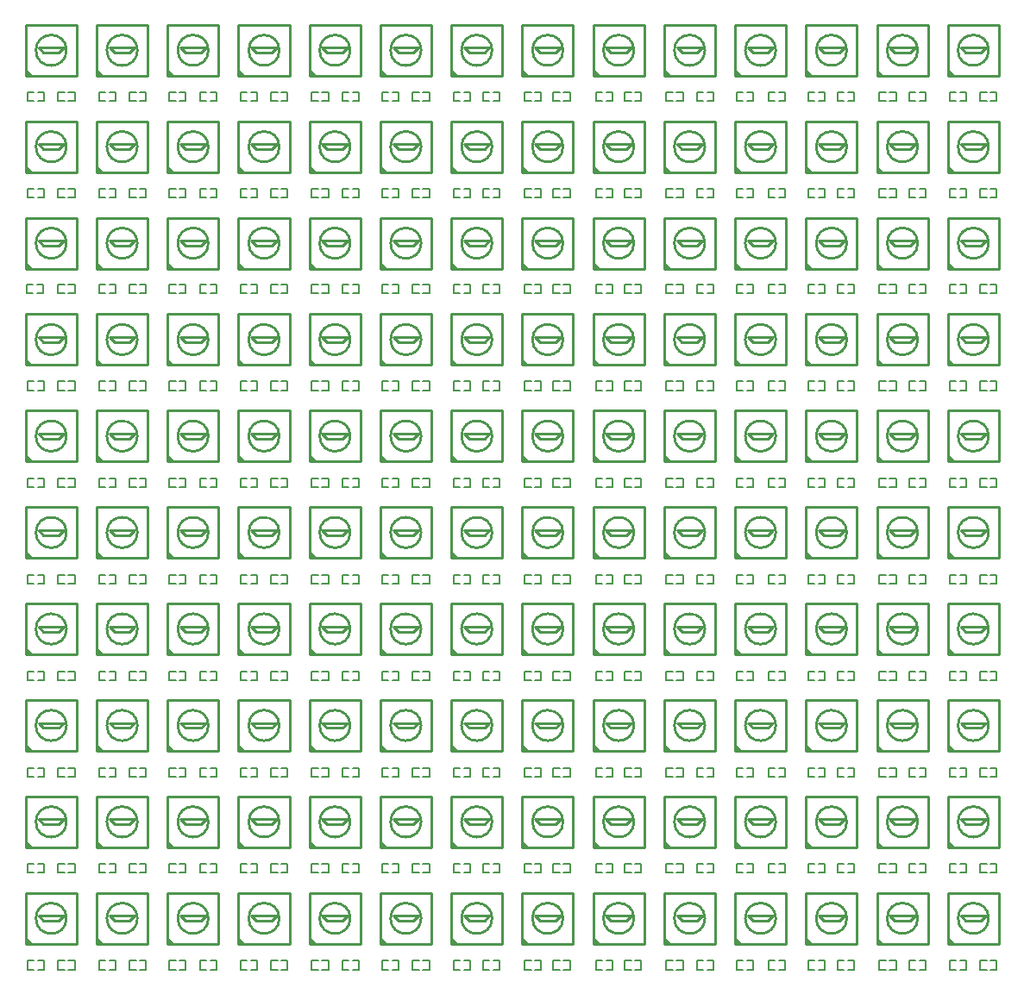
<source format=gto>
G04 Layer: TopSilkLayer*
G04 EasyEDA v6.3.22, 2020-01-04T19:44:14+01:00*
G04 f50fd1600d684b49919d2234b325bca6,43c3eb671339413baca6572c6aa340f4,10*
G04 Gerber Generator version 0.2*
G04 Scale: 100 percent, Rotated: No, Reflected: No *
G04 Dimensions in millimeters *
G04 leading zeros omitted , absolute positions ,3 integer and 3 decimal *
%FSLAX33Y33*%
%MOMM*%
G90*
G71D02*

%ADD10C,0.254000*%
%ADD20C,0.152400*%

%LPD*%
G54D10*
G01X1850Y91050D02*
G01X1850Y96049D01*
G01X6850Y96049D01*
G01X6850Y91050D01*
G01X1850Y91050D01*
G01X5599Y93799D02*
G01X3100Y93799D01*
G01X3599Y93299D01*
G01X5100Y93299D01*
G01X5599Y93799D01*
G01X1850Y91549D02*
G01X2350Y91050D01*
G01X92356Y91050D02*
G01X92356Y96049D01*
G01X97356Y96049D01*
G01X97356Y91050D01*
G01X92356Y91050D01*
G01X96105Y93799D02*
G01X93606Y93799D01*
G01X94105Y93299D01*
G01X95606Y93299D01*
G01X96105Y93799D01*
G01X92356Y91549D02*
G01X92855Y91050D01*
G01X85394Y91050D02*
G01X85394Y96049D01*
G01X90394Y96049D01*
G01X90394Y91050D01*
G01X85394Y91050D01*
G01X89143Y93799D02*
G01X86644Y93799D01*
G01X87143Y93299D01*
G01X88644Y93299D01*
G01X89143Y93799D01*
G01X85394Y91549D02*
G01X85893Y91050D01*
G01X78432Y91050D02*
G01X78432Y96049D01*
G01X83432Y96049D01*
G01X83432Y91050D01*
G01X78432Y91050D01*
G01X82181Y93799D02*
G01X79682Y93799D01*
G01X80181Y93299D01*
G01X81682Y93299D01*
G01X82181Y93799D01*
G01X78432Y91549D02*
G01X78931Y91050D01*
G01X71470Y91050D02*
G01X71470Y96049D01*
G01X76470Y96049D01*
G01X76470Y91050D01*
G01X71470Y91050D01*
G01X75219Y93799D02*
G01X72720Y93799D01*
G01X73219Y93299D01*
G01X74720Y93299D01*
G01X75219Y93799D01*
G01X71470Y91549D02*
G01X71970Y91050D01*
G01X64508Y91050D02*
G01X64508Y96049D01*
G01X69508Y96049D01*
G01X69508Y91050D01*
G01X64508Y91050D01*
G01X68258Y93799D02*
G01X65758Y93799D01*
G01X66258Y93299D01*
G01X67758Y93299D01*
G01X68258Y93799D01*
G01X64508Y91549D02*
G01X65008Y91050D01*
G01X57546Y91050D02*
G01X57546Y96049D01*
G01X62546Y96049D01*
G01X62546Y91050D01*
G01X57546Y91050D01*
G01X61295Y93799D02*
G01X58796Y93799D01*
G01X59295Y93299D01*
G01X60796Y93299D01*
G01X61295Y93799D01*
G01X57546Y91549D02*
G01X58046Y91050D01*
G01X50584Y91050D02*
G01X50584Y96049D01*
G01X55584Y96049D01*
G01X55584Y91050D01*
G01X50584Y91050D01*
G01X54333Y93799D02*
G01X51834Y93799D01*
G01X52333Y93299D01*
G01X53834Y93299D01*
G01X54333Y93799D01*
G01X50584Y91549D02*
G01X51083Y91050D01*
G01X15774Y91050D02*
G01X15774Y96049D01*
G01X20774Y96049D01*
G01X20774Y91050D01*
G01X15774Y91050D01*
G01X19523Y93799D02*
G01X17024Y93799D01*
G01X17523Y93299D01*
G01X19024Y93299D01*
G01X19523Y93799D01*
G01X15774Y91549D02*
G01X16273Y91050D01*
G01X8812Y91050D02*
G01X8812Y96049D01*
G01X13812Y96049D01*
G01X13812Y91050D01*
G01X8812Y91050D01*
G01X12562Y93799D02*
G01X10062Y93799D01*
G01X10562Y93299D01*
G01X12062Y93299D01*
G01X12562Y93799D01*
G01X8812Y91549D02*
G01X9312Y91050D01*
G01X43622Y91050D02*
G01X43622Y96049D01*
G01X48622Y96049D01*
G01X48622Y91050D01*
G01X43622Y91050D01*
G01X47371Y93799D02*
G01X44872Y93799D01*
G01X45371Y93299D01*
G01X46872Y93299D01*
G01X47371Y93799D01*
G01X43622Y91549D02*
G01X44121Y91050D01*
G01X22736Y91050D02*
G01X22736Y96049D01*
G01X27736Y96049D01*
G01X27736Y91050D01*
G01X22736Y91050D01*
G01X26486Y93799D02*
G01X23986Y93799D01*
G01X24486Y93299D01*
G01X25986Y93299D01*
G01X26486Y93799D01*
G01X22736Y91549D02*
G01X23236Y91050D01*
G01X36660Y91050D02*
G01X36660Y96049D01*
G01X41660Y96049D01*
G01X41660Y91050D01*
G01X36660Y91050D01*
G01X40409Y93799D02*
G01X37910Y93799D01*
G01X38409Y93299D01*
G01X39910Y93299D01*
G01X40409Y93799D01*
G01X36660Y91549D02*
G01X37159Y91050D01*
G01X29698Y91050D02*
G01X29698Y96049D01*
G01X34698Y96049D01*
G01X34698Y91050D01*
G01X29698Y91050D01*
G01X33447Y93799D02*
G01X30948Y93799D01*
G01X31447Y93299D01*
G01X32948Y93299D01*
G01X33447Y93799D01*
G01X29698Y91549D02*
G01X30198Y91050D01*
G54D20*
G01X65364Y89431D02*
G01X64729Y89431D01*
G01X64729Y88568D01*
G01X65262Y88568D01*
G01X65364Y88568D01*
G01X65745Y88568D02*
G01X66355Y88568D01*
G01X66355Y89431D01*
G01X65821Y89431D01*
G01X65745Y89431D01*
G01X30564Y89431D02*
G01X29929Y89431D01*
G01X29929Y88568D01*
G01X30462Y88568D01*
G01X30564Y88568D01*
G01X30945Y88568D02*
G01X31555Y88568D01*
G01X31555Y89431D01*
G01X31021Y89431D01*
G01X30945Y89431D01*
G01X37464Y89431D02*
G01X36829Y89431D01*
G01X36829Y88568D01*
G01X37362Y88568D01*
G01X37464Y88568D01*
G01X37845Y88568D02*
G01X38455Y88568D01*
G01X38455Y89431D01*
G01X37921Y89431D01*
G01X37845Y89431D01*
G01X93164Y89431D02*
G01X92529Y89431D01*
G01X92529Y88568D01*
G01X93062Y88568D01*
G01X93164Y88568D01*
G01X93545Y88568D02*
G01X94155Y88568D01*
G01X94155Y89431D01*
G01X93621Y89431D01*
G01X93545Y89431D01*
G01X2664Y89431D02*
G01X2029Y89431D01*
G01X2029Y88568D01*
G01X2562Y88568D01*
G01X2664Y88568D01*
G01X3045Y88568D02*
G01X3655Y88568D01*
G01X3655Y89431D01*
G01X3121Y89431D01*
G01X3045Y89431D01*
G01X44464Y89431D02*
G01X43829Y89431D01*
G01X43829Y88568D01*
G01X44362Y88568D01*
G01X44464Y88568D01*
G01X44845Y88568D02*
G01X45455Y88568D01*
G01X45455Y89431D01*
G01X44921Y89431D01*
G01X44845Y89431D01*
G01X23564Y89431D02*
G01X22929Y89431D01*
G01X22929Y88568D01*
G01X23462Y88568D01*
G01X23564Y88568D01*
G01X23945Y88568D02*
G01X24555Y88568D01*
G01X24555Y89431D01*
G01X24021Y89431D01*
G01X23945Y89431D01*
G01X86264Y89431D02*
G01X85629Y89431D01*
G01X85629Y88568D01*
G01X86162Y88568D01*
G01X86264Y88568D01*
G01X86645Y88568D02*
G01X87255Y88568D01*
G01X87255Y89431D01*
G01X86721Y89431D01*
G01X86645Y89431D01*
G01X51464Y89431D02*
G01X50829Y89431D01*
G01X50829Y88568D01*
G01X51362Y88568D01*
G01X51464Y88568D01*
G01X51845Y88568D02*
G01X52455Y88568D01*
G01X52455Y89431D01*
G01X51921Y89431D01*
G01X51845Y89431D01*
G01X16564Y89431D02*
G01X15929Y89431D01*
G01X15929Y88568D01*
G01X16462Y88568D01*
G01X16564Y88568D01*
G01X16945Y88568D02*
G01X17555Y88568D01*
G01X17555Y89431D01*
G01X17021Y89431D01*
G01X16945Y89431D01*
G01X9664Y89431D02*
G01X9029Y89431D01*
G01X9029Y88568D01*
G01X9562Y88568D01*
G01X9664Y88568D01*
G01X10045Y88568D02*
G01X10655Y88568D01*
G01X10655Y89431D01*
G01X10121Y89431D01*
G01X10045Y89431D01*
G01X58464Y89431D02*
G01X57829Y89431D01*
G01X57829Y88568D01*
G01X58362Y88568D01*
G01X58464Y88568D01*
G01X58845Y88568D02*
G01X59455Y88568D01*
G01X59455Y89431D01*
G01X58921Y89431D01*
G01X58845Y89431D01*
G01X79264Y89431D02*
G01X78629Y89431D01*
G01X78629Y88568D01*
G01X79162Y88568D01*
G01X79264Y88568D01*
G01X79645Y88568D02*
G01X80255Y88568D01*
G01X80255Y89431D01*
G01X79721Y89431D01*
G01X79645Y89431D01*
G01X72264Y89431D02*
G01X71629Y89431D01*
G01X71629Y88568D01*
G01X72162Y88568D01*
G01X72264Y88568D01*
G01X72645Y88568D02*
G01X73255Y88568D01*
G01X73255Y89431D01*
G01X72721Y89431D01*
G01X72645Y89431D01*
G01X61264Y89431D02*
G01X60629Y89431D01*
G01X60629Y88568D01*
G01X61162Y88568D01*
G01X61264Y88568D01*
G01X61645Y88568D02*
G01X62255Y88568D01*
G01X62255Y89431D01*
G01X61721Y89431D01*
G01X61645Y89431D01*
G01X40464Y89431D02*
G01X39829Y89431D01*
G01X39829Y88568D01*
G01X40362Y88568D01*
G01X40464Y88568D01*
G01X40845Y88568D02*
G01X41455Y88568D01*
G01X41455Y89431D01*
G01X40921Y89431D01*
G01X40845Y89431D01*
G01X75364Y89431D02*
G01X74729Y89431D01*
G01X74729Y88568D01*
G01X75262Y88568D01*
G01X75364Y88568D01*
G01X75745Y88568D02*
G01X76355Y88568D01*
G01X76355Y89431D01*
G01X75821Y89431D01*
G01X75745Y89431D01*
G01X68364Y89431D02*
G01X67729Y89431D01*
G01X67729Y88568D01*
G01X68262Y88568D01*
G01X68364Y88568D01*
G01X68745Y88568D02*
G01X69355Y88568D01*
G01X69355Y89431D01*
G01X68821Y89431D01*
G01X68745Y89431D01*
G01X5664Y89431D02*
G01X5029Y89431D01*
G01X5029Y88568D01*
G01X5562Y88568D01*
G01X5664Y88568D01*
G01X6045Y88568D02*
G01X6655Y88568D01*
G01X6655Y89431D01*
G01X6121Y89431D01*
G01X6045Y89431D01*
G01X82164Y89431D02*
G01X81529Y89431D01*
G01X81529Y88568D01*
G01X82062Y88568D01*
G01X82164Y88568D01*
G01X82545Y88568D02*
G01X83155Y88568D01*
G01X83155Y89431D01*
G01X82621Y89431D01*
G01X82545Y89431D01*
G01X19564Y89431D02*
G01X18929Y89431D01*
G01X18929Y88568D01*
G01X19462Y88568D01*
G01X19564Y88568D01*
G01X19945Y88568D02*
G01X20555Y88568D01*
G01X20555Y89431D01*
G01X20021Y89431D01*
G01X19945Y89431D01*
G01X12664Y89431D02*
G01X12029Y89431D01*
G01X12029Y88568D01*
G01X12562Y88568D01*
G01X12664Y88568D01*
G01X13045Y88568D02*
G01X13655Y88568D01*
G01X13655Y89431D01*
G01X13121Y89431D01*
G01X13045Y89431D01*
G01X89164Y89431D02*
G01X88529Y89431D01*
G01X88529Y88568D01*
G01X89062Y88568D01*
G01X89164Y88568D01*
G01X89545Y88568D02*
G01X90155Y88568D01*
G01X90155Y89431D01*
G01X89621Y89431D01*
G01X89545Y89431D01*
G01X26564Y89431D02*
G01X25929Y89431D01*
G01X25929Y88568D01*
G01X26462Y88568D01*
G01X26564Y88568D01*
G01X26945Y88568D02*
G01X27555Y88568D01*
G01X27555Y89431D01*
G01X27021Y89431D01*
G01X26945Y89431D01*
G01X47364Y89431D02*
G01X46729Y89431D01*
G01X46729Y88568D01*
G01X47262Y88568D01*
G01X47364Y88568D01*
G01X47745Y88568D02*
G01X48355Y88568D01*
G01X48355Y89431D01*
G01X47821Y89431D01*
G01X47745Y89431D01*
G01X96164Y89431D02*
G01X95529Y89431D01*
G01X95529Y88568D01*
G01X96062Y88568D01*
G01X96164Y88568D01*
G01X96545Y88568D02*
G01X97155Y88568D01*
G01X97155Y89431D01*
G01X96621Y89431D01*
G01X96545Y89431D01*
G01X33564Y89431D02*
G01X32929Y89431D01*
G01X32929Y88568D01*
G01X33462Y88568D01*
G01X33564Y88568D01*
G01X33945Y88568D02*
G01X34555Y88568D01*
G01X34555Y89431D01*
G01X34021Y89431D01*
G01X33945Y89431D01*
G01X54264Y89431D02*
G01X53629Y89431D01*
G01X53629Y88568D01*
G01X54162Y88568D01*
G01X54264Y88568D01*
G01X54645Y88568D02*
G01X55255Y88568D01*
G01X55255Y89431D01*
G01X54721Y89431D01*
G01X54645Y89431D01*
G54D10*
G01X1850Y81578D02*
G01X1850Y86578D01*
G01X6850Y86578D01*
G01X6850Y81578D01*
G01X1850Y81578D01*
G01X5599Y84327D02*
G01X3100Y84327D01*
G01X3599Y83827D01*
G01X5100Y83827D01*
G01X5599Y84327D01*
G01X1850Y82077D02*
G01X2350Y81578D01*
G54D20*
G01X2664Y79931D02*
G01X2029Y79931D01*
G01X2029Y79068D01*
G01X2562Y79068D01*
G01X2664Y79068D01*
G01X3045Y79068D02*
G01X3655Y79068D01*
G01X3655Y79931D01*
G01X3121Y79931D01*
G01X3045Y79931D01*
G01X5664Y79931D02*
G01X5029Y79931D01*
G01X5029Y79068D01*
G01X5562Y79068D01*
G01X5664Y79068D01*
G01X6045Y79068D02*
G01X6655Y79068D01*
G01X6655Y79931D01*
G01X6121Y79931D01*
G01X6045Y79931D01*
G54D10*
G01X85394Y81578D02*
G01X85394Y86578D01*
G01X90394Y86578D01*
G01X90394Y81578D01*
G01X85394Y81578D01*
G01X89143Y84327D02*
G01X86644Y84327D01*
G01X87143Y83827D01*
G01X88644Y83827D01*
G01X89143Y84327D01*
G01X85394Y82077D02*
G01X85893Y81578D01*
G01X78432Y81578D02*
G01X78432Y86578D01*
G01X83432Y86578D01*
G01X83432Y81578D01*
G01X78432Y81578D01*
G01X82181Y84327D02*
G01X79682Y84327D01*
G01X80181Y83827D01*
G01X81682Y83827D01*
G01X82181Y84327D01*
G01X78432Y82077D02*
G01X78931Y81578D01*
G01X71470Y81578D02*
G01X71470Y86578D01*
G01X76470Y86578D01*
G01X76470Y81578D01*
G01X71470Y81578D01*
G01X75219Y84327D02*
G01X72720Y84327D01*
G01X73219Y83827D01*
G01X74720Y83827D01*
G01X75219Y84327D01*
G01X71470Y82077D02*
G01X71970Y81578D01*
G01X64508Y81578D02*
G01X64508Y86578D01*
G01X69508Y86578D01*
G01X69508Y81578D01*
G01X64508Y81578D01*
G01X68257Y84327D02*
G01X65758Y84327D01*
G01X66257Y83827D01*
G01X67758Y83827D01*
G01X68257Y84327D01*
G01X64508Y82077D02*
G01X65007Y81578D01*
G01X92356Y81578D02*
G01X92356Y86578D01*
G01X97356Y86578D01*
G01X97356Y81578D01*
G01X92356Y81578D01*
G01X96105Y84327D02*
G01X93606Y84327D01*
G01X94105Y83827D01*
G01X95606Y83827D01*
G01X96105Y84327D01*
G01X92356Y82077D02*
G01X92855Y81578D01*
G01X57546Y81578D02*
G01X57546Y86578D01*
G01X62546Y86578D01*
G01X62546Y81578D01*
G01X57546Y81578D01*
G01X61295Y84327D02*
G01X58796Y84327D01*
G01X59295Y83827D01*
G01X60796Y83827D01*
G01X61295Y84327D01*
G01X57546Y82077D02*
G01X58045Y81578D01*
G01X50584Y81578D02*
G01X50584Y86578D01*
G01X55584Y86578D01*
G01X55584Y81578D01*
G01X50584Y81578D01*
G01X54333Y84327D02*
G01X51834Y84327D01*
G01X52333Y83827D01*
G01X53834Y83827D01*
G01X54333Y84327D01*
G01X50584Y82077D02*
G01X51083Y81578D01*
G01X43622Y81578D02*
G01X43622Y86578D01*
G01X48622Y86578D01*
G01X48622Y81578D01*
G01X43622Y81578D01*
G01X47371Y84327D02*
G01X44872Y84327D01*
G01X45371Y83827D01*
G01X46872Y83827D01*
G01X47371Y84327D01*
G01X43622Y82077D02*
G01X44121Y81578D01*
G01X36660Y81578D02*
G01X36660Y86578D01*
G01X41660Y86578D01*
G01X41660Y81578D01*
G01X36660Y81578D01*
G01X40409Y84327D02*
G01X37910Y84327D01*
G01X38409Y83827D01*
G01X39910Y83827D01*
G01X40409Y84327D01*
G01X36660Y82077D02*
G01X37159Y81578D01*
G01X22736Y81578D02*
G01X22736Y86578D01*
G01X27736Y86578D01*
G01X27736Y81578D01*
G01X22736Y81578D01*
G01X26485Y84327D02*
G01X23986Y84327D01*
G01X24485Y83827D01*
G01X25986Y83827D01*
G01X26485Y84327D01*
G01X22736Y82077D02*
G01X23235Y81578D01*
G01X29698Y81578D02*
G01X29698Y86578D01*
G01X34698Y86578D01*
G01X34698Y81578D01*
G01X29698Y81578D01*
G01X33447Y84327D02*
G01X30948Y84327D01*
G01X31447Y83827D01*
G01X32948Y83827D01*
G01X33447Y84327D01*
G01X29698Y82077D02*
G01X30198Y81578D01*
G54D20*
G01X58464Y79931D02*
G01X57829Y79931D01*
G01X57829Y79068D01*
G01X58362Y79068D01*
G01X58464Y79068D01*
G01X58845Y79068D02*
G01X59455Y79068D01*
G01X59455Y79931D01*
G01X58921Y79931D01*
G01X58845Y79931D01*
G01X86264Y79931D02*
G01X85629Y79931D01*
G01X85629Y79068D01*
G01X86162Y79068D01*
G01X86264Y79068D01*
G01X86645Y79068D02*
G01X87255Y79068D01*
G01X87255Y79931D01*
G01X86721Y79931D01*
G01X86645Y79931D01*
G01X51464Y79931D02*
G01X50829Y79931D01*
G01X50829Y79068D01*
G01X51362Y79068D01*
G01X51464Y79068D01*
G01X51845Y79068D02*
G01X52455Y79068D01*
G01X52455Y79931D01*
G01X51921Y79931D01*
G01X51845Y79931D01*
G01X72264Y79931D02*
G01X71629Y79931D01*
G01X71629Y79068D01*
G01X72162Y79068D01*
G01X72264Y79068D01*
G01X72645Y79068D02*
G01X73255Y79068D01*
G01X73255Y79931D01*
G01X72721Y79931D01*
G01X72645Y79931D01*
G01X44464Y79931D02*
G01X43829Y79931D01*
G01X43829Y79068D01*
G01X44362Y79068D01*
G01X44464Y79068D01*
G01X44845Y79068D02*
G01X45455Y79068D01*
G01X45455Y79931D01*
G01X44921Y79931D01*
G01X44845Y79931D01*
G01X65364Y79931D02*
G01X64729Y79931D01*
G01X64729Y79068D01*
G01X65262Y79068D01*
G01X65364Y79068D01*
G01X65745Y79068D02*
G01X66355Y79068D01*
G01X66355Y79931D01*
G01X65821Y79931D01*
G01X65745Y79931D01*
G01X16564Y79931D02*
G01X15929Y79931D01*
G01X15929Y79068D01*
G01X16462Y79068D01*
G01X16564Y79068D01*
G01X16945Y79068D02*
G01X17555Y79068D01*
G01X17555Y79931D01*
G01X17021Y79931D01*
G01X16945Y79931D01*
G01X37464Y79931D02*
G01X36829Y79931D01*
G01X36829Y79068D01*
G01X37362Y79068D01*
G01X37464Y79068D01*
G01X37845Y79068D02*
G01X38455Y79068D01*
G01X38455Y79931D01*
G01X37921Y79931D01*
G01X37845Y79931D01*
G01X93164Y79931D02*
G01X92529Y79931D01*
G01X92529Y79068D01*
G01X93062Y79068D01*
G01X93164Y79068D01*
G01X93545Y79068D02*
G01X94155Y79068D01*
G01X94155Y79931D01*
G01X93621Y79931D01*
G01X93545Y79931D01*
G01X79264Y79931D02*
G01X78629Y79931D01*
G01X78629Y79068D01*
G01X79162Y79068D01*
G01X79264Y79068D01*
G01X79645Y79068D02*
G01X80255Y79068D01*
G01X80255Y79931D01*
G01X79721Y79931D01*
G01X79645Y79931D01*
G01X23564Y79931D02*
G01X22929Y79931D01*
G01X22929Y79068D01*
G01X23462Y79068D01*
G01X23564Y79068D01*
G01X23945Y79068D02*
G01X24555Y79068D01*
G01X24555Y79931D01*
G01X24021Y79931D01*
G01X23945Y79931D01*
G01X30564Y79931D02*
G01X29929Y79931D01*
G01X29929Y79068D01*
G01X30462Y79068D01*
G01X30564Y79068D01*
G01X30945Y79068D02*
G01X31555Y79068D01*
G01X31555Y79931D01*
G01X31021Y79931D01*
G01X30945Y79931D01*
G01X26564Y79931D02*
G01X25929Y79931D01*
G01X25929Y79068D01*
G01X26462Y79068D01*
G01X26564Y79068D01*
G01X26945Y79068D02*
G01X27555Y79068D01*
G01X27555Y79931D01*
G01X27021Y79931D01*
G01X26945Y79931D01*
G01X19564Y79931D02*
G01X18929Y79931D01*
G01X18929Y79068D01*
G01X19462Y79068D01*
G01X19564Y79068D01*
G01X19945Y79068D02*
G01X20555Y79068D01*
G01X20555Y79931D01*
G01X20021Y79931D01*
G01X19945Y79931D01*
G01X40464Y79931D02*
G01X39829Y79931D01*
G01X39829Y79068D01*
G01X40362Y79068D01*
G01X40464Y79068D01*
G01X40845Y79068D02*
G01X41455Y79068D01*
G01X41455Y79931D01*
G01X40921Y79931D01*
G01X40845Y79931D01*
G01X47364Y79931D02*
G01X46729Y79931D01*
G01X46729Y79068D01*
G01X47262Y79068D01*
G01X47364Y79068D01*
G01X47745Y79068D02*
G01X48355Y79068D01*
G01X48355Y79931D01*
G01X47821Y79931D01*
G01X47745Y79931D01*
G01X54264Y79931D02*
G01X53629Y79931D01*
G01X53629Y79068D01*
G01X54162Y79068D01*
G01X54264Y79068D01*
G01X54645Y79068D02*
G01X55255Y79068D01*
G01X55255Y79931D01*
G01X54721Y79931D01*
G01X54645Y79931D01*
G01X61264Y79931D02*
G01X60629Y79931D01*
G01X60629Y79068D01*
G01X61162Y79068D01*
G01X61264Y79068D01*
G01X61645Y79068D02*
G01X62255Y79068D01*
G01X62255Y79931D01*
G01X61721Y79931D01*
G01X61645Y79931D01*
G01X33564Y79931D02*
G01X32929Y79931D01*
G01X32929Y79068D01*
G01X33462Y79068D01*
G01X33564Y79068D01*
G01X33945Y79068D02*
G01X34555Y79068D01*
G01X34555Y79931D01*
G01X34021Y79931D01*
G01X33945Y79931D01*
G01X68364Y79931D02*
G01X67729Y79931D01*
G01X67729Y79068D01*
G01X68262Y79068D01*
G01X68364Y79068D01*
G01X68745Y79068D02*
G01X69355Y79068D01*
G01X69355Y79931D01*
G01X68821Y79931D01*
G01X68745Y79931D01*
G01X75364Y79931D02*
G01X74729Y79931D01*
G01X74729Y79068D01*
G01X75262Y79068D01*
G01X75364Y79068D01*
G01X75745Y79068D02*
G01X76355Y79068D01*
G01X76355Y79931D01*
G01X75821Y79931D01*
G01X75745Y79931D01*
G01X82164Y79931D02*
G01X81529Y79931D01*
G01X81529Y79068D01*
G01X82062Y79068D01*
G01X82164Y79068D01*
G01X82545Y79068D02*
G01X83155Y79068D01*
G01X83155Y79931D01*
G01X82621Y79931D01*
G01X82545Y79931D01*
G01X89164Y79931D02*
G01X88529Y79931D01*
G01X88529Y79068D01*
G01X89062Y79068D01*
G01X89164Y79068D01*
G01X89545Y79068D02*
G01X90155Y79068D01*
G01X90155Y79931D01*
G01X89621Y79931D01*
G01X89545Y79931D01*
G01X96164Y79931D02*
G01X95529Y79931D01*
G01X95529Y79068D01*
G01X96062Y79068D01*
G01X96164Y79068D01*
G01X96545Y79068D02*
G01X97155Y79068D01*
G01X97155Y79931D01*
G01X96621Y79931D01*
G01X96545Y79931D01*
G54D10*
G01X8812Y81578D02*
G01X8812Y86578D01*
G01X13812Y86578D01*
G01X13812Y81578D01*
G01X8812Y81578D01*
G01X12561Y84327D02*
G01X10062Y84327D01*
G01X10561Y83827D01*
G01X12062Y83827D01*
G01X12561Y84327D01*
G01X8812Y82077D02*
G01X9311Y81578D01*
G54D20*
G01X9664Y79931D02*
G01X9029Y79931D01*
G01X9029Y79068D01*
G01X9562Y79068D01*
G01X9664Y79068D01*
G01X10045Y79068D02*
G01X10655Y79068D01*
G01X10655Y79931D01*
G01X10121Y79931D01*
G01X10045Y79931D01*
G01X12664Y79931D02*
G01X12029Y79931D01*
G01X12029Y79068D01*
G01X12562Y79068D01*
G01X12664Y79068D01*
G01X13045Y79068D02*
G01X13655Y79068D01*
G01X13655Y79931D01*
G01X13121Y79931D01*
G01X13045Y79931D01*
G54D10*
G01X29698Y62633D02*
G01X29698Y67633D01*
G01X34698Y67633D01*
G01X34698Y62633D01*
G01X29698Y62633D01*
G01X33447Y65382D02*
G01X30948Y65382D01*
G01X31447Y64882D01*
G01X32948Y64882D01*
G01X33447Y65382D01*
G01X29698Y63132D02*
G01X30198Y62633D01*
G01X85394Y62633D02*
G01X85394Y67633D01*
G01X90394Y67633D01*
G01X90394Y62633D01*
G01X85394Y62633D01*
G01X89143Y65382D02*
G01X86644Y65382D01*
G01X87143Y64882D01*
G01X88644Y64882D01*
G01X89143Y65382D01*
G01X85394Y63132D02*
G01X85894Y62633D01*
G01X78432Y62633D02*
G01X78432Y67633D01*
G01X83432Y67633D01*
G01X83432Y62633D01*
G01X78432Y62633D01*
G01X82181Y65382D02*
G01X79682Y65382D01*
G01X80181Y64882D01*
G01X81682Y64882D01*
G01X82181Y65382D01*
G01X78432Y63132D02*
G01X78931Y62633D01*
G01X71470Y62633D02*
G01X71470Y67633D01*
G01X76470Y67633D01*
G01X76470Y62633D01*
G01X71470Y62633D01*
G01X75219Y65382D02*
G01X72720Y65382D01*
G01X73219Y64882D01*
G01X74720Y64882D01*
G01X75219Y65382D01*
G01X71470Y63132D02*
G01X71970Y62633D01*
G01X64508Y62633D02*
G01X64508Y67633D01*
G01X69508Y67633D01*
G01X69508Y62633D01*
G01X64508Y62633D01*
G01X68257Y65382D02*
G01X65758Y65382D01*
G01X66257Y64882D01*
G01X67758Y64882D01*
G01X68257Y65382D01*
G01X64508Y63132D02*
G01X65007Y62633D01*
G01X57546Y62633D02*
G01X57546Y67633D01*
G01X62546Y67633D01*
G01X62546Y62633D01*
G01X57546Y62633D01*
G01X61295Y65382D02*
G01X58796Y65382D01*
G01X59295Y64882D01*
G01X60796Y64882D01*
G01X61295Y65382D01*
G01X57546Y63132D02*
G01X58046Y62633D01*
G01X50584Y62633D02*
G01X50584Y67633D01*
G01X55584Y67633D01*
G01X55584Y62633D01*
G01X50584Y62633D01*
G01X54333Y65382D02*
G01X51834Y65382D01*
G01X52333Y64882D01*
G01X53834Y64882D01*
G01X54333Y65382D01*
G01X50584Y63132D02*
G01X51083Y62633D01*
G01X43622Y62633D02*
G01X43622Y67633D01*
G01X48622Y67633D01*
G01X48622Y62633D01*
G01X43622Y62633D01*
G01X47371Y65382D02*
G01X44872Y65382D01*
G01X45371Y64882D01*
G01X46872Y64882D01*
G01X47371Y65382D01*
G01X43622Y63132D02*
G01X44122Y62633D01*
G01X36660Y62633D02*
G01X36660Y67633D01*
G01X41660Y67633D01*
G01X41660Y62633D01*
G01X36660Y62633D01*
G01X40409Y65382D02*
G01X37910Y65382D01*
G01X38409Y64882D01*
G01X39910Y64882D01*
G01X40409Y65382D01*
G01X36660Y63132D02*
G01X37159Y62633D01*
G01X92356Y62633D02*
G01X92356Y67633D01*
G01X97356Y67633D01*
G01X97356Y62633D01*
G01X92356Y62633D01*
G01X96105Y65382D02*
G01X93606Y65382D01*
G01X94105Y64882D01*
G01X95606Y64882D01*
G01X96105Y65382D01*
G01X92356Y63132D02*
G01X92855Y62633D01*
G01X22736Y62633D02*
G01X22736Y67633D01*
G01X27736Y67633D01*
G01X27736Y62633D01*
G01X22736Y62633D01*
G01X26485Y65382D02*
G01X23986Y65382D01*
G01X24485Y64882D01*
G01X25986Y64882D01*
G01X26485Y65382D01*
G01X22736Y63132D02*
G01X23235Y62633D01*
G01X15774Y62633D02*
G01X15774Y67633D01*
G01X20774Y67633D01*
G01X20774Y62633D01*
G01X15774Y62633D01*
G01X19523Y65382D02*
G01X17024Y65382D01*
G01X17523Y64882D01*
G01X19024Y64882D01*
G01X19523Y65382D01*
G01X15774Y63132D02*
G01X16274Y62633D01*
G01X8812Y62633D02*
G01X8812Y67633D01*
G01X13812Y67633D01*
G01X13812Y62633D01*
G01X8812Y62633D01*
G01X12561Y65382D02*
G01X10062Y65382D01*
G01X10561Y64882D01*
G01X12062Y64882D01*
G01X12561Y65382D01*
G01X8812Y63132D02*
G01X9311Y62633D01*
G01X1850Y62633D02*
G01X1850Y67633D01*
G01X6850Y67633D01*
G01X6850Y62633D01*
G01X1850Y62633D01*
G01X5599Y65382D02*
G01X3100Y65382D01*
G01X3599Y64882D01*
G01X5100Y64882D01*
G01X5599Y65382D01*
G01X1850Y63132D02*
G01X2350Y62633D01*
G01X92356Y72105D02*
G01X92356Y77105D01*
G01X97356Y77105D01*
G01X97356Y72105D01*
G01X92356Y72105D01*
G01X96106Y74854D02*
G01X93606Y74854D01*
G01X94106Y74354D01*
G01X95606Y74354D01*
G01X96106Y74854D01*
G01X92356Y72604D02*
G01X92856Y72105D01*
G01X1850Y72105D02*
G01X1850Y77105D01*
G01X6850Y77105D01*
G01X6850Y72105D01*
G01X1850Y72105D01*
G01X5599Y74854D02*
G01X3100Y74854D01*
G01X3599Y74354D01*
G01X5100Y74354D01*
G01X5599Y74854D01*
G01X1850Y72604D02*
G01X2350Y72105D01*
G01X8812Y72105D02*
G01X8812Y77105D01*
G01X13812Y77105D01*
G01X13812Y72105D01*
G01X8812Y72105D01*
G01X12562Y74854D02*
G01X10062Y74854D01*
G01X10562Y74354D01*
G01X12062Y74354D01*
G01X12562Y74854D01*
G01X8812Y72604D02*
G01X9312Y72105D01*
G01X15774Y72105D02*
G01X15774Y77105D01*
G01X20774Y77105D01*
G01X20774Y72105D01*
G01X15774Y72105D01*
G01X19523Y74854D02*
G01X17024Y74854D01*
G01X17523Y74354D01*
G01X19024Y74354D01*
G01X19523Y74854D01*
G01X15774Y72604D02*
G01X16274Y72105D01*
G01X85394Y72105D02*
G01X85394Y77105D01*
G01X90394Y77105D01*
G01X90394Y72105D01*
G01X85394Y72105D01*
G01X89143Y74854D02*
G01X86644Y74854D01*
G01X87143Y74354D01*
G01X88644Y74354D01*
G01X89143Y74854D01*
G01X85394Y72604D02*
G01X85894Y72105D01*
G01X22736Y72105D02*
G01X22736Y77105D01*
G01X27736Y77105D01*
G01X27736Y72105D01*
G01X22736Y72105D01*
G01X26486Y74854D02*
G01X23986Y74854D01*
G01X24486Y74354D01*
G01X25986Y74354D01*
G01X26486Y74854D01*
G01X22736Y72604D02*
G01X23236Y72105D01*
G01X29698Y72105D02*
G01X29698Y77105D01*
G01X34698Y77105D01*
G01X34698Y72105D01*
G01X29698Y72105D01*
G01X33447Y74854D02*
G01X30948Y74854D01*
G01X31447Y74354D01*
G01X32948Y74354D01*
G01X33447Y74854D01*
G01X29698Y72604D02*
G01X30198Y72105D01*
G01X78432Y72105D02*
G01X78432Y77105D01*
G01X83432Y77105D01*
G01X83432Y72105D01*
G01X78432Y72105D01*
G01X82181Y74854D02*
G01X79682Y74854D01*
G01X80181Y74354D01*
G01X81682Y74354D01*
G01X82181Y74854D01*
G01X78432Y72604D02*
G01X78931Y72105D01*
G01X36660Y72105D02*
G01X36660Y77105D01*
G01X41660Y77105D01*
G01X41660Y72105D01*
G01X36660Y72105D01*
G01X40409Y74854D02*
G01X37910Y74854D01*
G01X38409Y74354D01*
G01X39910Y74354D01*
G01X40409Y74854D01*
G01X36660Y72604D02*
G01X37159Y72105D01*
G01X43622Y72105D02*
G01X43622Y77105D01*
G01X48622Y77105D01*
G01X48622Y72105D01*
G01X43622Y72105D01*
G01X47371Y74854D02*
G01X44872Y74854D01*
G01X45371Y74354D01*
G01X46872Y74354D01*
G01X47371Y74854D01*
G01X43622Y72604D02*
G01X44122Y72105D01*
G01X71470Y72105D02*
G01X71470Y77105D01*
G01X76470Y77105D01*
G01X76470Y72105D01*
G01X71470Y72105D01*
G01X75219Y74854D02*
G01X72720Y74854D01*
G01X73219Y74354D01*
G01X74720Y74354D01*
G01X75219Y74854D01*
G01X71470Y72604D02*
G01X71970Y72105D01*
G01X50584Y72105D02*
G01X50584Y77105D01*
G01X55584Y77105D01*
G01X55584Y72105D01*
G01X50584Y72105D01*
G01X54333Y74854D02*
G01X51834Y74854D01*
G01X52333Y74354D01*
G01X53834Y74354D01*
G01X54333Y74854D01*
G01X50584Y72604D02*
G01X51083Y72105D01*
G01X57546Y72105D02*
G01X57546Y77105D01*
G01X62546Y77105D01*
G01X62546Y72105D01*
G01X57546Y72105D01*
G01X61295Y74854D02*
G01X58796Y74854D01*
G01X59295Y74354D01*
G01X60796Y74354D01*
G01X61295Y74854D01*
G01X57546Y72604D02*
G01X58046Y72105D01*
G01X64508Y72105D02*
G01X64508Y77105D01*
G01X69508Y77105D01*
G01X69508Y72105D01*
G01X64508Y72105D01*
G01X68258Y74854D02*
G01X65758Y74854D01*
G01X66258Y74354D01*
G01X67758Y74354D01*
G01X68258Y74854D01*
G01X64508Y72604D02*
G01X65008Y72105D01*
G54D20*
G01X79264Y61031D02*
G01X78629Y61031D01*
G01X78629Y60168D01*
G01X79162Y60168D01*
G01X79264Y60168D01*
G01X79645Y60168D02*
G01X80255Y60168D01*
G01X80255Y61031D01*
G01X79721Y61031D01*
G01X79645Y61031D01*
G01X23564Y61031D02*
G01X22929Y61031D01*
G01X22929Y60168D01*
G01X23462Y60168D01*
G01X23564Y60168D01*
G01X23945Y60168D02*
G01X24555Y60168D01*
G01X24555Y61031D01*
G01X24021Y61031D01*
G01X23945Y61031D01*
G01X58464Y61031D02*
G01X57829Y61031D01*
G01X57829Y60168D01*
G01X58362Y60168D01*
G01X58464Y60168D01*
G01X58845Y60168D02*
G01X59455Y60168D01*
G01X59455Y61031D01*
G01X58921Y61031D01*
G01X58845Y61031D01*
G01X16564Y61031D02*
G01X15929Y61031D01*
G01X15929Y60168D01*
G01X16462Y60168D01*
G01X16564Y60168D01*
G01X16945Y60168D02*
G01X17555Y60168D01*
G01X17555Y61031D01*
G01X17021Y61031D01*
G01X16945Y61031D01*
G01X86264Y61031D02*
G01X85629Y61031D01*
G01X85629Y60168D01*
G01X86162Y60168D01*
G01X86264Y60168D01*
G01X86645Y60168D02*
G01X87255Y60168D01*
G01X87255Y61031D01*
G01X86721Y61031D01*
G01X86645Y61031D01*
G01X9664Y61031D02*
G01X9029Y61031D01*
G01X9029Y60168D01*
G01X9562Y60168D01*
G01X9664Y60168D01*
G01X10045Y60168D02*
G01X10655Y60168D01*
G01X10655Y61031D01*
G01X10121Y61031D01*
G01X10045Y61031D01*
G01X51464Y61031D02*
G01X50829Y61031D01*
G01X50829Y60168D01*
G01X51362Y60168D01*
G01X51464Y60168D01*
G01X51845Y60168D02*
G01X52455Y60168D01*
G01X52455Y61031D01*
G01X51921Y61031D01*
G01X51845Y61031D01*
G01X2664Y61031D02*
G01X2029Y61031D01*
G01X2029Y60168D01*
G01X2562Y60168D01*
G01X2664Y60168D01*
G01X3045Y60168D02*
G01X3655Y60168D01*
G01X3655Y61031D01*
G01X3121Y61031D01*
G01X3045Y61031D01*
G01X72264Y61031D02*
G01X71629Y61031D01*
G01X71629Y60168D01*
G01X72162Y60168D01*
G01X72264Y60168D01*
G01X72645Y60168D02*
G01X73255Y60168D01*
G01X73255Y61031D01*
G01X72721Y61031D01*
G01X72645Y61031D01*
G01X93164Y70531D02*
G01X92529Y70531D01*
G01X92529Y69668D01*
G01X93062Y69668D01*
G01X93164Y69668D01*
G01X93545Y69668D02*
G01X94155Y69668D01*
G01X94155Y70531D01*
G01X93621Y70531D01*
G01X93545Y70531D01*
G01X2564Y70531D02*
G01X1929Y70531D01*
G01X1929Y69668D01*
G01X2462Y69668D01*
G01X2564Y69668D01*
G01X2945Y69668D02*
G01X3555Y69668D01*
G01X3555Y70531D01*
G01X3021Y70531D01*
G01X2945Y70531D01*
G01X44464Y61031D02*
G01X43829Y61031D01*
G01X43829Y60168D01*
G01X44362Y60168D01*
G01X44464Y60168D01*
G01X44845Y60168D02*
G01X45455Y60168D01*
G01X45455Y61031D01*
G01X44921Y61031D01*
G01X44845Y61031D01*
G01X9664Y70531D02*
G01X9029Y70531D01*
G01X9029Y69668D01*
G01X9562Y69668D01*
G01X9664Y69668D01*
G01X10045Y69668D02*
G01X10655Y69668D01*
G01X10655Y70531D01*
G01X10121Y70531D01*
G01X10045Y70531D01*
G01X86264Y70531D02*
G01X85629Y70531D01*
G01X85629Y69668D01*
G01X86162Y69668D01*
G01X86264Y69668D01*
G01X86645Y69668D02*
G01X87255Y69668D01*
G01X87255Y70531D01*
G01X86721Y70531D01*
G01X86645Y70531D01*
G01X16564Y70531D02*
G01X15929Y70531D01*
G01X15929Y69668D01*
G01X16462Y69668D01*
G01X16564Y69668D01*
G01X16945Y69668D02*
G01X17555Y69668D01*
G01X17555Y70531D01*
G01X17021Y70531D01*
G01X16945Y70531D01*
G01X23564Y70531D02*
G01X22929Y70531D01*
G01X22929Y69668D01*
G01X23462Y69668D01*
G01X23564Y69668D01*
G01X23945Y69668D02*
G01X24555Y69668D01*
G01X24555Y70531D01*
G01X24021Y70531D01*
G01X23945Y70531D01*
G01X79264Y70531D02*
G01X78629Y70531D01*
G01X78629Y69668D01*
G01X79162Y69668D01*
G01X79264Y69668D01*
G01X79645Y69668D02*
G01X80255Y69668D01*
G01X80255Y70531D01*
G01X79721Y70531D01*
G01X79645Y70531D01*
G01X30564Y70531D02*
G01X29929Y70531D01*
G01X29929Y69668D01*
G01X30462Y69668D01*
G01X30564Y69668D01*
G01X30945Y69668D02*
G01X31555Y69668D01*
G01X31555Y70531D01*
G01X31021Y70531D01*
G01X30945Y70531D01*
G01X37464Y61031D02*
G01X36829Y61031D01*
G01X36829Y60168D01*
G01X37362Y60168D01*
G01X37464Y60168D01*
G01X37845Y60168D02*
G01X38455Y60168D01*
G01X38455Y61031D01*
G01X37921Y61031D01*
G01X37845Y61031D01*
G01X65364Y61031D02*
G01X64729Y61031D01*
G01X64729Y60168D01*
G01X65262Y60168D01*
G01X65364Y60168D01*
G01X65745Y60168D02*
G01X66355Y60168D01*
G01X66355Y61031D01*
G01X65821Y61031D01*
G01X65745Y61031D01*
G01X37464Y70531D02*
G01X36829Y70531D01*
G01X36829Y69668D01*
G01X37362Y69668D01*
G01X37464Y69668D01*
G01X37845Y69668D02*
G01X38455Y69668D01*
G01X38455Y70531D01*
G01X37921Y70531D01*
G01X37845Y70531D01*
G01X72264Y70531D02*
G01X71629Y70531D01*
G01X71629Y69668D01*
G01X72162Y69668D01*
G01X72264Y69668D01*
G01X72645Y69668D02*
G01X73255Y69668D01*
G01X73255Y70531D01*
G01X72721Y70531D01*
G01X72645Y70531D01*
G01X44464Y70531D02*
G01X43829Y70531D01*
G01X43829Y69668D01*
G01X44362Y69668D01*
G01X44464Y69668D01*
G01X44845Y69668D02*
G01X45455Y69668D01*
G01X45455Y70531D01*
G01X44921Y70531D01*
G01X44845Y70531D01*
G01X93164Y61031D02*
G01X92529Y61031D01*
G01X92529Y60168D01*
G01X93062Y60168D01*
G01X93164Y60168D01*
G01X93545Y60168D02*
G01X94155Y60168D01*
G01X94155Y61031D01*
G01X93621Y61031D01*
G01X93545Y61031D01*
G01X51464Y70531D02*
G01X50829Y70531D01*
G01X50829Y69668D01*
G01X51362Y69668D01*
G01X51464Y69668D01*
G01X51845Y69668D02*
G01X52455Y69668D01*
G01X52455Y70531D01*
G01X51921Y70531D01*
G01X51845Y70531D01*
G01X65364Y70531D02*
G01X64729Y70531D01*
G01X64729Y69668D01*
G01X65262Y69668D01*
G01X65364Y69668D01*
G01X65745Y69668D02*
G01X66355Y69668D01*
G01X66355Y70531D01*
G01X65821Y70531D01*
G01X65745Y70531D01*
G01X58464Y70531D02*
G01X57829Y70531D01*
G01X57829Y69668D01*
G01X58362Y69668D01*
G01X58464Y69668D01*
G01X58845Y69668D02*
G01X59455Y69668D01*
G01X59455Y70531D01*
G01X58921Y70531D01*
G01X58845Y70531D01*
G01X30564Y61031D02*
G01X29929Y61031D01*
G01X29929Y60168D01*
G01X30462Y60168D01*
G01X30564Y60168D01*
G01X30945Y60168D02*
G01X31555Y60168D01*
G01X31555Y61031D01*
G01X31021Y61031D01*
G01X30945Y61031D01*
G01X61264Y70531D02*
G01X60629Y70531D01*
G01X60629Y69668D01*
G01X61162Y69668D01*
G01X61264Y69668D01*
G01X61645Y69668D02*
G01X62255Y69668D01*
G01X62255Y70531D01*
G01X61721Y70531D01*
G01X61645Y70531D01*
G01X68364Y70531D02*
G01X67729Y70531D01*
G01X67729Y69668D01*
G01X68262Y69668D01*
G01X68364Y69668D01*
G01X68745Y69668D02*
G01X69355Y69668D01*
G01X69355Y70531D01*
G01X68821Y70531D01*
G01X68745Y70531D01*
G01X47364Y70531D02*
G01X46729Y70531D01*
G01X46729Y69668D01*
G01X47262Y69668D01*
G01X47364Y69668D01*
G01X47745Y69668D02*
G01X48355Y69668D01*
G01X48355Y70531D01*
G01X47821Y70531D01*
G01X47745Y70531D01*
G01X40464Y70531D02*
G01X39829Y70531D01*
G01X39829Y69668D01*
G01X40362Y69668D01*
G01X40464Y69668D01*
G01X40845Y69668D02*
G01X41455Y69668D01*
G01X41455Y70531D01*
G01X40921Y70531D01*
G01X40845Y70531D01*
G01X75364Y70531D02*
G01X74729Y70531D01*
G01X74729Y69668D01*
G01X75262Y69668D01*
G01X75364Y69668D01*
G01X75745Y69668D02*
G01X76355Y69668D01*
G01X76355Y70531D01*
G01X75821Y70531D01*
G01X75745Y70531D01*
G01X33564Y70531D02*
G01X32929Y70531D01*
G01X32929Y69668D01*
G01X33462Y69668D01*
G01X33564Y69668D01*
G01X33945Y69668D02*
G01X34555Y69668D01*
G01X34555Y70531D01*
G01X34021Y70531D01*
G01X33945Y70531D01*
G01X26564Y70531D02*
G01X25929Y70531D01*
G01X25929Y69668D01*
G01X26462Y69668D01*
G01X26564Y69668D01*
G01X26945Y69668D02*
G01X27555Y69668D01*
G01X27555Y70531D01*
G01X27021Y70531D01*
G01X26945Y70531D01*
G01X82164Y70531D02*
G01X81529Y70531D01*
G01X81529Y69668D01*
G01X82062Y69668D01*
G01X82164Y69668D01*
G01X82545Y69668D02*
G01X83155Y69668D01*
G01X83155Y70531D01*
G01X82621Y70531D01*
G01X82545Y70531D01*
G01X19564Y70531D02*
G01X18929Y70531D01*
G01X18929Y69668D01*
G01X19462Y69668D01*
G01X19564Y69668D01*
G01X19945Y69668D02*
G01X20555Y69668D01*
G01X20555Y70531D01*
G01X20021Y70531D01*
G01X19945Y70531D01*
G01X12664Y70531D02*
G01X12029Y70531D01*
G01X12029Y69668D01*
G01X12562Y69668D01*
G01X12664Y69668D01*
G01X13045Y69668D02*
G01X13655Y69668D01*
G01X13655Y70531D01*
G01X13121Y70531D01*
G01X13045Y70531D01*
G01X89164Y70531D02*
G01X88529Y70531D01*
G01X88529Y69668D01*
G01X89062Y69668D01*
G01X89164Y69668D01*
G01X89545Y69668D02*
G01X90155Y69668D01*
G01X90155Y70531D01*
G01X89621Y70531D01*
G01X89545Y70531D01*
G01X5664Y70531D02*
G01X5029Y70531D01*
G01X5029Y69668D01*
G01X5562Y69668D01*
G01X5664Y69668D01*
G01X6045Y69668D02*
G01X6655Y69668D01*
G01X6655Y70531D01*
G01X6121Y70531D01*
G01X6045Y70531D01*
G01X96164Y70531D02*
G01X95529Y70531D01*
G01X95529Y69668D01*
G01X96062Y69668D01*
G01X96164Y69668D01*
G01X96545Y69668D02*
G01X97155Y69668D01*
G01X97155Y70531D01*
G01X96621Y70531D01*
G01X96545Y70531D01*
G01X5664Y61031D02*
G01X5029Y61031D01*
G01X5029Y60168D01*
G01X5562Y60168D01*
G01X5664Y60168D01*
G01X6045Y60168D02*
G01X6655Y60168D01*
G01X6655Y61031D01*
G01X6121Y61031D01*
G01X6045Y61031D01*
G01X12664Y61031D02*
G01X12029Y61031D01*
G01X12029Y60168D01*
G01X12562Y60168D01*
G01X12664Y60168D01*
G01X13045Y60168D02*
G01X13655Y60168D01*
G01X13655Y61031D01*
G01X13121Y61031D01*
G01X13045Y61031D01*
G01X19564Y61031D02*
G01X18929Y61031D01*
G01X18929Y60168D01*
G01X19462Y60168D01*
G01X19564Y60168D01*
G01X19945Y60168D02*
G01X20555Y60168D01*
G01X20555Y61031D01*
G01X20021Y61031D01*
G01X19945Y61031D01*
G01X26564Y61031D02*
G01X25929Y61031D01*
G01X25929Y60168D01*
G01X26462Y60168D01*
G01X26564Y60168D01*
G01X26945Y60168D02*
G01X27555Y60168D01*
G01X27555Y61031D01*
G01X27021Y61031D01*
G01X26945Y61031D01*
G01X54264Y70531D02*
G01X53629Y70531D01*
G01X53629Y69668D01*
G01X54162Y69668D01*
G01X54264Y69668D01*
G01X54645Y69668D02*
G01X55255Y69668D01*
G01X55255Y70531D01*
G01X54721Y70531D01*
G01X54645Y70531D01*
G01X33564Y61031D02*
G01X32929Y61031D01*
G01X32929Y60168D01*
G01X33462Y60168D01*
G01X33564Y60168D01*
G01X33945Y60168D02*
G01X34555Y60168D01*
G01X34555Y61031D01*
G01X34021Y61031D01*
G01X33945Y61031D01*
G01X40464Y61031D02*
G01X39829Y61031D01*
G01X39829Y60168D01*
G01X40362Y60168D01*
G01X40464Y60168D01*
G01X40845Y60168D02*
G01X41455Y60168D01*
G01X41455Y61031D01*
G01X40921Y61031D01*
G01X40845Y61031D01*
G01X47364Y61031D02*
G01X46729Y61031D01*
G01X46729Y60168D01*
G01X47262Y60168D01*
G01X47364Y60168D01*
G01X47745Y60168D02*
G01X48355Y60168D01*
G01X48355Y61031D01*
G01X47821Y61031D01*
G01X47745Y61031D01*
G01X54264Y61031D02*
G01X53629Y61031D01*
G01X53629Y60168D01*
G01X54162Y60168D01*
G01X54264Y60168D01*
G01X54645Y60168D02*
G01X55255Y60168D01*
G01X55255Y61031D01*
G01X54721Y61031D01*
G01X54645Y61031D01*
G01X61264Y61031D02*
G01X60629Y61031D01*
G01X60629Y60168D01*
G01X61162Y60168D01*
G01X61264Y60168D01*
G01X61645Y60168D02*
G01X62255Y60168D01*
G01X62255Y61031D01*
G01X61721Y61031D01*
G01X61645Y61031D01*
G01X68364Y61031D02*
G01X67729Y61031D01*
G01X67729Y60168D01*
G01X68262Y60168D01*
G01X68364Y60168D01*
G01X68745Y60168D02*
G01X69355Y60168D01*
G01X69355Y61031D01*
G01X68821Y61031D01*
G01X68745Y61031D01*
G01X75364Y61031D02*
G01X74729Y61031D01*
G01X74729Y60168D01*
G01X75262Y60168D01*
G01X75364Y60168D01*
G01X75745Y60168D02*
G01X76355Y60168D01*
G01X76355Y61031D01*
G01X75821Y61031D01*
G01X75745Y61031D01*
G01X82164Y61031D02*
G01X81529Y61031D01*
G01X81529Y60168D01*
G01X82062Y60168D01*
G01X82164Y60168D01*
G01X82545Y60168D02*
G01X83155Y60168D01*
G01X83155Y61031D01*
G01X82621Y61031D01*
G01X82545Y61031D01*
G01X89164Y61031D02*
G01X88529Y61031D01*
G01X88529Y60168D01*
G01X89062Y60168D01*
G01X89164Y60168D01*
G01X89545Y60168D02*
G01X90155Y60168D01*
G01X90155Y61031D01*
G01X89621Y61031D01*
G01X89545Y61031D01*
G01X96164Y61031D02*
G01X95529Y61031D01*
G01X95529Y60168D01*
G01X96062Y60168D01*
G01X96164Y60168D01*
G01X96545Y60168D02*
G01X97155Y60168D01*
G01X97155Y61031D01*
G01X96621Y61031D01*
G01X96545Y61031D01*
G54D10*
G01X1850Y34217D02*
G01X1850Y39217D01*
G01X6850Y39217D01*
G01X6850Y34217D01*
G01X1850Y34217D01*
G01X5600Y36966D02*
G01X3100Y36966D01*
G01X3600Y36466D01*
G01X5100Y36466D01*
G01X5600Y36966D01*
G01X1850Y34716D02*
G01X2350Y34217D01*
G01X92356Y43689D02*
G01X92356Y48689D01*
G01X97356Y48689D01*
G01X97356Y43689D01*
G01X92356Y43689D01*
G01X96106Y46438D02*
G01X93606Y46438D01*
G01X94106Y45938D01*
G01X95606Y45938D01*
G01X96106Y46438D01*
G01X92356Y44188D02*
G01X92856Y43689D01*
G01X85394Y43689D02*
G01X85394Y48689D01*
G01X90394Y48689D01*
G01X90394Y43689D01*
G01X85394Y43689D01*
G01X89143Y46438D02*
G01X86644Y46438D01*
G01X87143Y45938D01*
G01X88644Y45938D01*
G01X89143Y46438D01*
G01X85394Y44188D02*
G01X85894Y43689D01*
G01X78432Y43689D02*
G01X78432Y48689D01*
G01X83432Y48689D01*
G01X83432Y43689D01*
G01X78432Y43689D01*
G01X82182Y46438D02*
G01X79682Y46438D01*
G01X80182Y45938D01*
G01X81682Y45938D01*
G01X82182Y46438D01*
G01X78432Y44188D02*
G01X78932Y43689D01*
G01X71470Y43689D02*
G01X71470Y48689D01*
G01X76470Y48689D01*
G01X76470Y43689D01*
G01X71470Y43689D01*
G01X75220Y46438D02*
G01X72720Y46438D01*
G01X73220Y45938D01*
G01X74720Y45938D01*
G01X75220Y46438D01*
G01X71470Y44188D02*
G01X71970Y43689D01*
G01X64508Y43689D02*
G01X64508Y48689D01*
G01X69508Y48689D01*
G01X69508Y43689D01*
G01X64508Y43689D01*
G01X68258Y46438D02*
G01X65758Y46438D01*
G01X66258Y45938D01*
G01X67758Y45938D01*
G01X68258Y46438D01*
G01X64508Y44188D02*
G01X65008Y43689D01*
G01X57546Y43689D02*
G01X57546Y48689D01*
G01X62546Y48689D01*
G01X62546Y43689D01*
G01X57546Y43689D01*
G01X61295Y46438D02*
G01X58796Y46438D01*
G01X59295Y45938D01*
G01X60796Y45938D01*
G01X61295Y46438D01*
G01X57546Y44188D02*
G01X58046Y43689D01*
G01X50584Y43689D02*
G01X50584Y48689D01*
G01X55584Y48689D01*
G01X55584Y43689D01*
G01X50584Y43689D01*
G01X54334Y46438D02*
G01X51834Y46438D01*
G01X52334Y45938D01*
G01X53834Y45938D01*
G01X54334Y46438D01*
G01X50584Y44188D02*
G01X51084Y43689D01*
G01X43622Y43689D02*
G01X43622Y48689D01*
G01X48622Y48689D01*
G01X48622Y43689D01*
G01X43622Y43689D01*
G01X47371Y46438D02*
G01X44872Y46438D01*
G01X45371Y45938D01*
G01X46872Y45938D01*
G01X47371Y46438D01*
G01X43622Y44188D02*
G01X44122Y43689D01*
G01X36660Y43689D02*
G01X36660Y48689D01*
G01X41660Y48689D01*
G01X41660Y43689D01*
G01X36660Y43689D01*
G01X40410Y46438D02*
G01X37910Y46438D01*
G01X38410Y45938D01*
G01X39910Y45938D01*
G01X40410Y46438D01*
G01X36660Y44188D02*
G01X37160Y43689D01*
G01X29698Y43689D02*
G01X29698Y48689D01*
G01X34698Y48689D01*
G01X34698Y43689D01*
G01X29698Y43689D01*
G01X33448Y46438D02*
G01X30948Y46438D01*
G01X31448Y45938D01*
G01X32948Y45938D01*
G01X33448Y46438D01*
G01X29698Y44188D02*
G01X30198Y43689D01*
G01X22736Y43689D02*
G01X22736Y48689D01*
G01X27736Y48689D01*
G01X27736Y43689D01*
G01X22736Y43689D01*
G01X26486Y46438D02*
G01X23986Y46438D01*
G01X24486Y45938D01*
G01X25986Y45938D01*
G01X26486Y46438D01*
G01X22736Y44188D02*
G01X23236Y43689D01*
G01X15774Y43689D02*
G01X15774Y48689D01*
G01X20774Y48689D01*
G01X20774Y43689D01*
G01X15774Y43689D01*
G01X19523Y46438D02*
G01X17024Y46438D01*
G01X17523Y45938D01*
G01X19024Y45938D01*
G01X19523Y46438D01*
G01X15774Y44188D02*
G01X16274Y43689D01*
G01X8812Y43689D02*
G01X8812Y48689D01*
G01X13812Y48689D01*
G01X13812Y43689D01*
G01X8812Y43689D01*
G01X12562Y46438D02*
G01X10062Y46438D01*
G01X10562Y45938D01*
G01X12062Y45938D01*
G01X12562Y46438D01*
G01X8812Y44188D02*
G01X9312Y43689D01*
G01X1850Y43689D02*
G01X1850Y48689D01*
G01X6850Y48689D01*
G01X6850Y43689D01*
G01X1850Y43689D01*
G01X5600Y46438D02*
G01X3100Y46438D01*
G01X3600Y45938D01*
G01X5100Y45938D01*
G01X5600Y46438D01*
G01X1850Y44188D02*
G01X2350Y43689D01*
G01X92356Y53161D02*
G01X92356Y58160D01*
G01X97356Y58160D01*
G01X97356Y53161D01*
G01X92356Y53161D01*
G01X96106Y55910D02*
G01X93606Y55910D01*
G01X94106Y55410D01*
G01X95606Y55410D01*
G01X96106Y55910D01*
G01X92356Y53660D02*
G01X92856Y53161D01*
G01X85394Y53161D02*
G01X85394Y58160D01*
G01X90394Y58160D01*
G01X90394Y53161D01*
G01X85394Y53161D01*
G01X89143Y55910D02*
G01X86644Y55910D01*
G01X87143Y55410D01*
G01X88644Y55410D01*
G01X89143Y55910D01*
G01X85394Y53660D02*
G01X85894Y53161D01*
G01X78432Y53161D02*
G01X78432Y58160D01*
G01X83432Y58160D01*
G01X83432Y53161D01*
G01X78432Y53161D01*
G01X82182Y55910D02*
G01X79682Y55910D01*
G01X80182Y55410D01*
G01X81682Y55410D01*
G01X82182Y55910D01*
G01X78432Y53660D02*
G01X78932Y53161D01*
G01X71470Y53161D02*
G01X71470Y58160D01*
G01X76470Y58160D01*
G01X76470Y53161D01*
G01X71470Y53161D01*
G01X75220Y55910D02*
G01X72720Y55910D01*
G01X73220Y55410D01*
G01X74720Y55410D01*
G01X75220Y55910D01*
G01X71470Y53660D02*
G01X71970Y53161D01*
G01X64508Y53161D02*
G01X64508Y58160D01*
G01X69508Y58160D01*
G01X69508Y53161D01*
G01X64508Y53161D01*
G01X68258Y55910D02*
G01X65758Y55910D01*
G01X66258Y55410D01*
G01X67758Y55410D01*
G01X68258Y55910D01*
G01X64508Y53660D02*
G01X65008Y53161D01*
G01X57546Y53161D02*
G01X57546Y58160D01*
G01X62546Y58160D01*
G01X62546Y53161D01*
G01X57546Y53161D01*
G01X61295Y55910D02*
G01X58796Y55910D01*
G01X59295Y55410D01*
G01X60796Y55410D01*
G01X61295Y55910D01*
G01X57546Y53660D02*
G01X58046Y53161D01*
G01X50584Y53161D02*
G01X50584Y58160D01*
G01X55584Y58160D01*
G01X55584Y53161D01*
G01X50584Y53161D01*
G01X54334Y55910D02*
G01X51834Y55910D01*
G01X52334Y55410D01*
G01X53834Y55410D01*
G01X54334Y55910D01*
G01X50584Y53660D02*
G01X51084Y53161D01*
G01X43622Y53161D02*
G01X43622Y58160D01*
G01X48622Y58160D01*
G01X48622Y53161D01*
G01X43622Y53161D01*
G01X47371Y55910D02*
G01X44872Y55910D01*
G01X45371Y55410D01*
G01X46872Y55410D01*
G01X47371Y55910D01*
G01X43622Y53660D02*
G01X44122Y53161D01*
G01X36660Y53161D02*
G01X36660Y58160D01*
G01X41660Y58160D01*
G01X41660Y53161D01*
G01X36660Y53161D01*
G01X40410Y55910D02*
G01X37910Y55910D01*
G01X38410Y55410D01*
G01X39910Y55410D01*
G01X40410Y55910D01*
G01X36660Y53660D02*
G01X37160Y53161D01*
G01X29698Y53161D02*
G01X29698Y58160D01*
G01X34698Y58160D01*
G01X34698Y53161D01*
G01X29698Y53161D01*
G01X33448Y55910D02*
G01X30948Y55910D01*
G01X31448Y55410D01*
G01X32948Y55410D01*
G01X33448Y55910D01*
G01X29698Y53660D02*
G01X30198Y53161D01*
G01X22736Y53161D02*
G01X22736Y58160D01*
G01X27736Y58160D01*
G01X27736Y53161D01*
G01X22736Y53161D01*
G01X26486Y55910D02*
G01X23986Y55910D01*
G01X24486Y55410D01*
G01X25986Y55410D01*
G01X26486Y55910D01*
G01X22736Y53660D02*
G01X23236Y53161D01*
G01X15774Y53161D02*
G01X15774Y58160D01*
G01X20774Y58160D01*
G01X20774Y53161D01*
G01X15774Y53161D01*
G01X19523Y55910D02*
G01X17024Y55910D01*
G01X17523Y55410D01*
G01X19024Y55410D01*
G01X19523Y55910D01*
G01X15774Y53660D02*
G01X16274Y53161D01*
G01X8812Y53161D02*
G01X8812Y58160D01*
G01X13812Y58160D01*
G01X13812Y53161D01*
G01X8812Y53161D01*
G01X12562Y55910D02*
G01X10062Y55910D01*
G01X10562Y55410D01*
G01X12062Y55410D01*
G01X12562Y55910D01*
G01X8812Y53660D02*
G01X9312Y53161D01*
G01X1850Y53161D02*
G01X1850Y58160D01*
G01X6850Y58160D01*
G01X6850Y53161D01*
G01X1850Y53161D01*
G01X5600Y55910D02*
G01X3100Y55910D01*
G01X3600Y55410D01*
G01X5100Y55410D01*
G01X5600Y55910D01*
G01X1850Y53660D02*
G01X2350Y53161D01*
G54D20*
G01X2664Y51531D02*
G01X2029Y51531D01*
G01X2029Y50668D01*
G01X2562Y50668D01*
G01X2664Y50668D01*
G01X3045Y50668D02*
G01X3655Y50668D01*
G01X3655Y51531D01*
G01X3121Y51531D01*
G01X3045Y51531D01*
G01X9664Y51531D02*
G01X9029Y51531D01*
G01X9029Y50668D01*
G01X9562Y50668D01*
G01X9664Y50668D01*
G01X10045Y50668D02*
G01X10655Y50668D01*
G01X10655Y51531D01*
G01X10121Y51531D01*
G01X10045Y51531D01*
G01X16564Y51531D02*
G01X15929Y51531D01*
G01X15929Y50668D01*
G01X16462Y50668D01*
G01X16564Y50668D01*
G01X16945Y50668D02*
G01X17555Y50668D01*
G01X17555Y51531D01*
G01X17021Y51531D01*
G01X16945Y51531D01*
G01X23564Y51531D02*
G01X22929Y51531D01*
G01X22929Y50668D01*
G01X23462Y50668D01*
G01X23564Y50668D01*
G01X23945Y50668D02*
G01X24555Y50668D01*
G01X24555Y51531D01*
G01X24021Y51531D01*
G01X23945Y51531D01*
G01X30564Y51531D02*
G01X29929Y51531D01*
G01X29929Y50668D01*
G01X30462Y50668D01*
G01X30564Y50668D01*
G01X30945Y50668D02*
G01X31555Y50668D01*
G01X31555Y51531D01*
G01X31021Y51531D01*
G01X30945Y51531D01*
G01X37464Y51531D02*
G01X36829Y51531D01*
G01X36829Y50668D01*
G01X37362Y50668D01*
G01X37464Y50668D01*
G01X37845Y50668D02*
G01X38455Y50668D01*
G01X38455Y51531D01*
G01X37921Y51531D01*
G01X37845Y51531D01*
G01X44464Y51531D02*
G01X43829Y51531D01*
G01X43829Y50668D01*
G01X44362Y50668D01*
G01X44464Y50668D01*
G01X44845Y50668D02*
G01X45455Y50668D01*
G01X45455Y51531D01*
G01X44921Y51531D01*
G01X44845Y51531D01*
G01X51464Y51531D02*
G01X50829Y51531D01*
G01X50829Y50668D01*
G01X51362Y50668D01*
G01X51464Y50668D01*
G01X51845Y50668D02*
G01X52455Y50668D01*
G01X52455Y51531D01*
G01X51921Y51531D01*
G01X51845Y51531D01*
G01X58464Y51531D02*
G01X57829Y51531D01*
G01X57829Y50668D01*
G01X58362Y50668D01*
G01X58464Y50668D01*
G01X58845Y50668D02*
G01X59455Y50668D01*
G01X59455Y51531D01*
G01X58921Y51531D01*
G01X58845Y51531D01*
G01X65364Y51531D02*
G01X64729Y51531D01*
G01X64729Y50668D01*
G01X65262Y50668D01*
G01X65364Y50668D01*
G01X65745Y50668D02*
G01X66355Y50668D01*
G01X66355Y51531D01*
G01X65821Y51531D01*
G01X65745Y51531D01*
G01X72264Y51531D02*
G01X71629Y51531D01*
G01X71629Y50668D01*
G01X72162Y50668D01*
G01X72264Y50668D01*
G01X72645Y50668D02*
G01X73255Y50668D01*
G01X73255Y51531D01*
G01X72721Y51531D01*
G01X72645Y51531D01*
G01X79264Y51531D02*
G01X78629Y51531D01*
G01X78629Y50668D01*
G01X79162Y50668D01*
G01X79264Y50668D01*
G01X79645Y50668D02*
G01X80255Y50668D01*
G01X80255Y51531D01*
G01X79721Y51531D01*
G01X79645Y51531D01*
G01X86264Y51531D02*
G01X85629Y51531D01*
G01X85629Y50668D01*
G01X86162Y50668D01*
G01X86264Y50668D01*
G01X86645Y50668D02*
G01X87255Y50668D01*
G01X87255Y51531D01*
G01X86721Y51531D01*
G01X86645Y51531D01*
G01X93164Y51531D02*
G01X92529Y51531D01*
G01X92529Y50668D01*
G01X93062Y50668D01*
G01X93164Y50668D01*
G01X93545Y50668D02*
G01X94155Y50668D01*
G01X94155Y51531D01*
G01X93621Y51531D01*
G01X93545Y51531D01*
G01X2664Y42031D02*
G01X2029Y42031D01*
G01X2029Y41168D01*
G01X2562Y41168D01*
G01X2664Y41168D01*
G01X3045Y41168D02*
G01X3655Y41168D01*
G01X3655Y42031D01*
G01X3121Y42031D01*
G01X3045Y42031D01*
G01X9664Y42031D02*
G01X9029Y42031D01*
G01X9029Y41168D01*
G01X9562Y41168D01*
G01X9664Y41168D01*
G01X10045Y41168D02*
G01X10655Y41168D01*
G01X10655Y42031D01*
G01X10121Y42031D01*
G01X10045Y42031D01*
G01X16564Y42031D02*
G01X15929Y42031D01*
G01X15929Y41168D01*
G01X16462Y41168D01*
G01X16564Y41168D01*
G01X16945Y41168D02*
G01X17555Y41168D01*
G01X17555Y42031D01*
G01X17021Y42031D01*
G01X16945Y42031D01*
G01X23564Y42031D02*
G01X22929Y42031D01*
G01X22929Y41168D01*
G01X23462Y41168D01*
G01X23564Y41168D01*
G01X23945Y41168D02*
G01X24555Y41168D01*
G01X24555Y42031D01*
G01X24021Y42031D01*
G01X23945Y42031D01*
G01X30564Y42031D02*
G01X29929Y42031D01*
G01X29929Y41168D01*
G01X30462Y41168D01*
G01X30564Y41168D01*
G01X30945Y41168D02*
G01X31555Y41168D01*
G01X31555Y42031D01*
G01X31021Y42031D01*
G01X30945Y42031D01*
G01X37464Y42031D02*
G01X36829Y42031D01*
G01X36829Y41168D01*
G01X37362Y41168D01*
G01X37464Y41168D01*
G01X37845Y41168D02*
G01X38455Y41168D01*
G01X38455Y42031D01*
G01X37921Y42031D01*
G01X37845Y42031D01*
G01X44464Y42031D02*
G01X43829Y42031D01*
G01X43829Y41168D01*
G01X44362Y41168D01*
G01X44464Y41168D01*
G01X44845Y41168D02*
G01X45455Y41168D01*
G01X45455Y42031D01*
G01X44921Y42031D01*
G01X44845Y42031D01*
G01X51464Y42031D02*
G01X50829Y42031D01*
G01X50829Y41168D01*
G01X51362Y41168D01*
G01X51464Y41168D01*
G01X51845Y41168D02*
G01X52455Y41168D01*
G01X52455Y42031D01*
G01X51921Y42031D01*
G01X51845Y42031D01*
G01X58464Y42031D02*
G01X57829Y42031D01*
G01X57829Y41168D01*
G01X58362Y41168D01*
G01X58464Y41168D01*
G01X58845Y41168D02*
G01X59455Y41168D01*
G01X59455Y42031D01*
G01X58921Y42031D01*
G01X58845Y42031D01*
G01X65364Y42031D02*
G01X64729Y42031D01*
G01X64729Y41168D01*
G01X65262Y41168D01*
G01X65364Y41168D01*
G01X65745Y41168D02*
G01X66355Y41168D01*
G01X66355Y42031D01*
G01X65821Y42031D01*
G01X65745Y42031D01*
G01X72264Y42031D02*
G01X71629Y42031D01*
G01X71629Y41168D01*
G01X72162Y41168D01*
G01X72264Y41168D01*
G01X72645Y41168D02*
G01X73255Y41168D01*
G01X73255Y42031D01*
G01X72721Y42031D01*
G01X72645Y42031D01*
G01X79264Y42031D02*
G01X78629Y42031D01*
G01X78629Y41168D01*
G01X79162Y41168D01*
G01X79264Y41168D01*
G01X79645Y41168D02*
G01X80255Y41168D01*
G01X80255Y42031D01*
G01X79721Y42031D01*
G01X79645Y42031D01*
G01X86264Y42031D02*
G01X85629Y42031D01*
G01X85629Y41168D01*
G01X86162Y41168D01*
G01X86264Y41168D01*
G01X86645Y41168D02*
G01X87255Y41168D01*
G01X87255Y42031D01*
G01X86721Y42031D01*
G01X86645Y42031D01*
G01X93164Y42031D02*
G01X92529Y42031D01*
G01X92529Y41168D01*
G01X93062Y41168D01*
G01X93164Y41168D01*
G01X93545Y41168D02*
G01X94155Y41168D01*
G01X94155Y42031D01*
G01X93621Y42031D01*
G01X93545Y42031D01*
G01X2664Y32531D02*
G01X2029Y32531D01*
G01X2029Y31668D01*
G01X2562Y31668D01*
G01X2664Y31668D01*
G01X3045Y31668D02*
G01X3655Y31668D01*
G01X3655Y32531D01*
G01X3121Y32531D01*
G01X3045Y32531D01*
G01X5664Y51531D02*
G01X5029Y51531D01*
G01X5029Y50668D01*
G01X5562Y50668D01*
G01X5664Y50668D01*
G01X6045Y50668D02*
G01X6655Y50668D01*
G01X6655Y51531D01*
G01X6121Y51531D01*
G01X6045Y51531D01*
G01X12664Y51531D02*
G01X12029Y51531D01*
G01X12029Y50668D01*
G01X12562Y50668D01*
G01X12664Y50668D01*
G01X13045Y50668D02*
G01X13655Y50668D01*
G01X13655Y51531D01*
G01X13121Y51531D01*
G01X13045Y51531D01*
G01X19564Y51531D02*
G01X18929Y51531D01*
G01X18929Y50668D01*
G01X19462Y50668D01*
G01X19564Y50668D01*
G01X19945Y50668D02*
G01X20555Y50668D01*
G01X20555Y51531D01*
G01X20021Y51531D01*
G01X19945Y51531D01*
G01X26564Y51531D02*
G01X25929Y51531D01*
G01X25929Y50668D01*
G01X26462Y50668D01*
G01X26564Y50668D01*
G01X26945Y50668D02*
G01X27555Y50668D01*
G01X27555Y51531D01*
G01X27021Y51531D01*
G01X26945Y51531D01*
G01X33564Y51531D02*
G01X32929Y51531D01*
G01X32929Y50668D01*
G01X33462Y50668D01*
G01X33564Y50668D01*
G01X33945Y50668D02*
G01X34555Y50668D01*
G01X34555Y51531D01*
G01X34021Y51531D01*
G01X33945Y51531D01*
G01X40464Y51531D02*
G01X39829Y51531D01*
G01X39829Y50668D01*
G01X40362Y50668D01*
G01X40464Y50668D01*
G01X40845Y50668D02*
G01X41455Y50668D01*
G01X41455Y51531D01*
G01X40921Y51531D01*
G01X40845Y51531D01*
G01X47364Y51531D02*
G01X46729Y51531D01*
G01X46729Y50668D01*
G01X47262Y50668D01*
G01X47364Y50668D01*
G01X47745Y50668D02*
G01X48355Y50668D01*
G01X48355Y51531D01*
G01X47821Y51531D01*
G01X47745Y51531D01*
G01X54264Y51531D02*
G01X53629Y51531D01*
G01X53629Y50668D01*
G01X54162Y50668D01*
G01X54264Y50668D01*
G01X54645Y50668D02*
G01X55255Y50668D01*
G01X55255Y51531D01*
G01X54721Y51531D01*
G01X54645Y51531D01*
G01X61264Y51531D02*
G01X60629Y51531D01*
G01X60629Y50668D01*
G01X61162Y50668D01*
G01X61264Y50668D01*
G01X61645Y50668D02*
G01X62255Y50668D01*
G01X62255Y51531D01*
G01X61721Y51531D01*
G01X61645Y51531D01*
G01X68364Y51531D02*
G01X67729Y51531D01*
G01X67729Y50668D01*
G01X68262Y50668D01*
G01X68364Y50668D01*
G01X68745Y50668D02*
G01X69355Y50668D01*
G01X69355Y51531D01*
G01X68821Y51531D01*
G01X68745Y51531D01*
G01X75364Y51531D02*
G01X74729Y51531D01*
G01X74729Y50668D01*
G01X75262Y50668D01*
G01X75364Y50668D01*
G01X75745Y50668D02*
G01X76355Y50668D01*
G01X76355Y51531D01*
G01X75821Y51531D01*
G01X75745Y51531D01*
G01X82164Y51531D02*
G01X81529Y51531D01*
G01X81529Y50668D01*
G01X82062Y50668D01*
G01X82164Y50668D01*
G01X82545Y50668D02*
G01X83155Y50668D01*
G01X83155Y51531D01*
G01X82621Y51531D01*
G01X82545Y51531D01*
G01X89164Y51531D02*
G01X88529Y51531D01*
G01X88529Y50668D01*
G01X89062Y50668D01*
G01X89164Y50668D01*
G01X89545Y50668D02*
G01X90155Y50668D01*
G01X90155Y51531D01*
G01X89621Y51531D01*
G01X89545Y51531D01*
G01X96164Y51531D02*
G01X95529Y51531D01*
G01X95529Y50668D01*
G01X96062Y50668D01*
G01X96164Y50668D01*
G01X96545Y50668D02*
G01X97155Y50668D01*
G01X97155Y51531D01*
G01X96621Y51531D01*
G01X96545Y51531D01*
G01X5664Y42031D02*
G01X5029Y42031D01*
G01X5029Y41168D01*
G01X5562Y41168D01*
G01X5664Y41168D01*
G01X6045Y41168D02*
G01X6655Y41168D01*
G01X6655Y42031D01*
G01X6121Y42031D01*
G01X6045Y42031D01*
G01X12664Y42031D02*
G01X12029Y42031D01*
G01X12029Y41168D01*
G01X12562Y41168D01*
G01X12664Y41168D01*
G01X13045Y41168D02*
G01X13655Y41168D01*
G01X13655Y42031D01*
G01X13121Y42031D01*
G01X13045Y42031D01*
G01X19564Y42031D02*
G01X18929Y42031D01*
G01X18929Y41168D01*
G01X19462Y41168D01*
G01X19564Y41168D01*
G01X19945Y41168D02*
G01X20555Y41168D01*
G01X20555Y42031D01*
G01X20021Y42031D01*
G01X19945Y42031D01*
G01X26564Y42031D02*
G01X25929Y42031D01*
G01X25929Y41168D01*
G01X26462Y41168D01*
G01X26564Y41168D01*
G01X26945Y41168D02*
G01X27555Y41168D01*
G01X27555Y42031D01*
G01X27021Y42031D01*
G01X26945Y42031D01*
G01X33564Y42031D02*
G01X32929Y42031D01*
G01X32929Y41168D01*
G01X33462Y41168D01*
G01X33564Y41168D01*
G01X33945Y41168D02*
G01X34555Y41168D01*
G01X34555Y42031D01*
G01X34021Y42031D01*
G01X33945Y42031D01*
G01X40464Y42031D02*
G01X39829Y42031D01*
G01X39829Y41168D01*
G01X40362Y41168D01*
G01X40464Y41168D01*
G01X40845Y41168D02*
G01X41455Y41168D01*
G01X41455Y42031D01*
G01X40921Y42031D01*
G01X40845Y42031D01*
G01X47364Y42031D02*
G01X46729Y42031D01*
G01X46729Y41168D01*
G01X47262Y41168D01*
G01X47364Y41168D01*
G01X47745Y41168D02*
G01X48355Y41168D01*
G01X48355Y42031D01*
G01X47821Y42031D01*
G01X47745Y42031D01*
G01X54264Y42031D02*
G01X53629Y42031D01*
G01X53629Y41168D01*
G01X54162Y41168D01*
G01X54264Y41168D01*
G01X54645Y41168D02*
G01X55255Y41168D01*
G01X55255Y42031D01*
G01X54721Y42031D01*
G01X54645Y42031D01*
G01X61264Y42031D02*
G01X60629Y42031D01*
G01X60629Y41168D01*
G01X61162Y41168D01*
G01X61264Y41168D01*
G01X61645Y41168D02*
G01X62255Y41168D01*
G01X62255Y42031D01*
G01X61721Y42031D01*
G01X61645Y42031D01*
G01X68364Y42031D02*
G01X67729Y42031D01*
G01X67729Y41168D01*
G01X68262Y41168D01*
G01X68364Y41168D01*
G01X68745Y41168D02*
G01X69355Y41168D01*
G01X69355Y42031D01*
G01X68821Y42031D01*
G01X68745Y42031D01*
G01X75364Y42031D02*
G01X74729Y42031D01*
G01X74729Y41168D01*
G01X75262Y41168D01*
G01X75364Y41168D01*
G01X75745Y41168D02*
G01X76355Y41168D01*
G01X76355Y42031D01*
G01X75821Y42031D01*
G01X75745Y42031D01*
G01X82164Y42031D02*
G01X81529Y42031D01*
G01X81529Y41168D01*
G01X82062Y41168D01*
G01X82164Y41168D01*
G01X82545Y41168D02*
G01X83155Y41168D01*
G01X83155Y42031D01*
G01X82621Y42031D01*
G01X82545Y42031D01*
G01X89164Y42031D02*
G01X88529Y42031D01*
G01X88529Y41168D01*
G01X89062Y41168D01*
G01X89164Y41168D01*
G01X89545Y41168D02*
G01X90155Y41168D01*
G01X90155Y42031D01*
G01X89621Y42031D01*
G01X89545Y42031D01*
G01X96164Y42031D02*
G01X95529Y42031D01*
G01X95529Y41168D01*
G01X96062Y41168D01*
G01X96164Y41168D01*
G01X96545Y41168D02*
G01X97155Y41168D01*
G01X97155Y42031D01*
G01X96621Y42031D01*
G01X96545Y42031D01*
G01X5664Y32531D02*
G01X5029Y32531D01*
G01X5029Y31668D01*
G01X5562Y31668D01*
G01X5664Y31668D01*
G01X6045Y31668D02*
G01X6655Y31668D01*
G01X6655Y32531D01*
G01X6121Y32531D01*
G01X6045Y32531D01*
G54D10*
G01X29698Y15272D02*
G01X29698Y20271D01*
G01X34698Y20271D01*
G01X34698Y15272D01*
G01X29698Y15272D01*
G01X33447Y18021D02*
G01X30948Y18021D01*
G01X31447Y17521D01*
G01X32948Y17521D01*
G01X33447Y18021D01*
G01X29698Y15771D02*
G01X30198Y15272D01*
G01X85394Y5800D02*
G01X85394Y10800D01*
G01X90394Y10800D01*
G01X90394Y5800D01*
G01X85394Y5800D01*
G01X89143Y8549D02*
G01X86644Y8549D01*
G01X87143Y8049D01*
G01X88644Y8049D01*
G01X89143Y8549D01*
G01X85394Y6299D02*
G01X85894Y5800D01*
G01X78432Y5800D02*
G01X78432Y10800D01*
G01X83432Y10800D01*
G01X83432Y5800D01*
G01X78432Y5800D01*
G01X82182Y8549D02*
G01X79682Y8549D01*
G01X80182Y8049D01*
G01X81682Y8049D01*
G01X82182Y8549D01*
G01X78432Y6299D02*
G01X78932Y5800D01*
G01X71470Y5800D02*
G01X71470Y10800D01*
G01X76470Y10800D01*
G01X76470Y5800D01*
G01X71470Y5800D01*
G01X75220Y8549D02*
G01X72720Y8549D01*
G01X73220Y8049D01*
G01X74720Y8049D01*
G01X75220Y8549D01*
G01X71470Y6299D02*
G01X71970Y5800D01*
G01X64508Y5800D02*
G01X64508Y10800D01*
G01X69508Y10800D01*
G01X69508Y5800D01*
G01X64508Y5800D01*
G01X68258Y8549D02*
G01X65758Y8549D01*
G01X66258Y8049D01*
G01X67758Y8049D01*
G01X68258Y8549D01*
G01X64508Y6299D02*
G01X65008Y5800D01*
G01X57546Y5800D02*
G01X57546Y10800D01*
G01X62546Y10800D01*
G01X62546Y5800D01*
G01X57546Y5800D01*
G01X61295Y8549D02*
G01X58796Y8549D01*
G01X59295Y8049D01*
G01X60796Y8049D01*
G01X61295Y8549D01*
G01X57546Y6299D02*
G01X58046Y5800D01*
G01X50584Y5800D02*
G01X50584Y10800D01*
G01X55584Y10800D01*
G01X55584Y5800D01*
G01X50584Y5800D01*
G01X54334Y8549D02*
G01X51834Y8549D01*
G01X52334Y8049D01*
G01X53834Y8049D01*
G01X54334Y8549D01*
G01X50584Y6299D02*
G01X51084Y5800D01*
G01X43622Y5800D02*
G01X43622Y10800D01*
G01X48622Y10800D01*
G01X48622Y5800D01*
G01X43622Y5800D01*
G01X47371Y8549D02*
G01X44872Y8549D01*
G01X45371Y8049D01*
G01X46872Y8049D01*
G01X47371Y8549D01*
G01X43622Y6299D02*
G01X44122Y5800D01*
G01X36660Y5800D02*
G01X36660Y10800D01*
G01X41660Y10800D01*
G01X41660Y5800D01*
G01X36660Y5800D01*
G01X40410Y8549D02*
G01X37910Y8549D01*
G01X38410Y8049D01*
G01X39910Y8049D01*
G01X40410Y8549D01*
G01X36660Y6299D02*
G01X37160Y5800D01*
G01X29698Y5800D02*
G01X29698Y10800D01*
G01X34698Y10800D01*
G01X34698Y5800D01*
G01X29698Y5800D01*
G01X33447Y8549D02*
G01X30948Y8549D01*
G01X31447Y8049D01*
G01X32948Y8049D01*
G01X33447Y8549D01*
G01X29698Y6299D02*
G01X30198Y5800D01*
G01X22736Y5800D02*
G01X22736Y10800D01*
G01X27736Y10800D01*
G01X27736Y5800D01*
G01X22736Y5800D01*
G01X26486Y8549D02*
G01X23986Y8549D01*
G01X24486Y8049D01*
G01X25986Y8049D01*
G01X26486Y8549D01*
G01X22736Y6299D02*
G01X23236Y5800D01*
G01X15774Y5800D02*
G01X15774Y10800D01*
G01X20774Y10800D01*
G01X20774Y5800D01*
G01X15774Y5800D01*
G01X19523Y8549D02*
G01X17024Y8549D01*
G01X17523Y8049D01*
G01X19024Y8049D01*
G01X19523Y8549D01*
G01X15774Y6299D02*
G01X16274Y5800D01*
G01X8812Y5800D02*
G01X8812Y10800D01*
G01X13812Y10800D01*
G01X13812Y5800D01*
G01X8812Y5800D01*
G01X12562Y8549D02*
G01X10062Y8549D01*
G01X10562Y8049D01*
G01X12062Y8049D01*
G01X12562Y8549D01*
G01X8812Y6299D02*
G01X9312Y5800D01*
G01X1850Y5800D02*
G01X1850Y10800D01*
G01X6850Y10800D01*
G01X6850Y5800D01*
G01X1850Y5800D01*
G01X5600Y8549D02*
G01X3100Y8549D01*
G01X3600Y8049D01*
G01X5100Y8049D01*
G01X5600Y8549D01*
G01X1850Y6299D02*
G01X2350Y5800D01*
G01X92356Y15272D02*
G01X92356Y20271D01*
G01X97356Y20271D01*
G01X97356Y15272D01*
G01X92356Y15272D01*
G01X96106Y18021D02*
G01X93606Y18021D01*
G01X94106Y17521D01*
G01X95606Y17521D01*
G01X96106Y18021D01*
G01X92356Y15771D02*
G01X92856Y15272D01*
G01X85394Y15272D02*
G01X85394Y20271D01*
G01X90394Y20271D01*
G01X90394Y15272D01*
G01X85394Y15272D01*
G01X89143Y18021D02*
G01X86644Y18021D01*
G01X87143Y17521D01*
G01X88644Y17521D01*
G01X89143Y18021D01*
G01X85394Y15771D02*
G01X85894Y15272D01*
G01X78432Y15272D02*
G01X78432Y20271D01*
G01X83432Y20271D01*
G01X83432Y15272D01*
G01X78432Y15272D01*
G01X82182Y18021D02*
G01X79682Y18021D01*
G01X80182Y17521D01*
G01X81682Y17521D01*
G01X82182Y18021D01*
G01X78432Y15771D02*
G01X78932Y15272D01*
G01X71470Y15272D02*
G01X71470Y20271D01*
G01X76470Y20271D01*
G01X76470Y15272D01*
G01X71470Y15272D01*
G01X75220Y18021D02*
G01X72720Y18021D01*
G01X73220Y17521D01*
G01X74720Y17521D01*
G01X75220Y18021D01*
G01X71470Y15771D02*
G01X71970Y15272D01*
G01X64508Y15272D02*
G01X64508Y20271D01*
G01X69508Y20271D01*
G01X69508Y15272D01*
G01X64508Y15272D01*
G01X68258Y18021D02*
G01X65758Y18021D01*
G01X66258Y17521D01*
G01X67758Y17521D01*
G01X68258Y18021D01*
G01X64508Y15771D02*
G01X65008Y15272D01*
G01X57546Y15272D02*
G01X57546Y20271D01*
G01X62546Y20271D01*
G01X62546Y15272D01*
G01X57546Y15272D01*
G01X61295Y18021D02*
G01X58796Y18021D01*
G01X59295Y17521D01*
G01X60796Y17521D01*
G01X61295Y18021D01*
G01X57546Y15771D02*
G01X58046Y15272D01*
G01X50584Y15272D02*
G01X50584Y20271D01*
G01X55584Y20271D01*
G01X55584Y15272D01*
G01X50584Y15272D01*
G01X54334Y18021D02*
G01X51834Y18021D01*
G01X52334Y17521D01*
G01X53834Y17521D01*
G01X54334Y18021D01*
G01X50584Y15771D02*
G01X51084Y15272D01*
G01X43622Y15272D02*
G01X43622Y20271D01*
G01X48622Y20271D01*
G01X48622Y15272D01*
G01X43622Y15272D01*
G01X47371Y18021D02*
G01X44872Y18021D01*
G01X45371Y17521D01*
G01X46872Y17521D01*
G01X47371Y18021D01*
G01X43622Y15771D02*
G01X44122Y15272D01*
G01X36660Y15272D02*
G01X36660Y20271D01*
G01X41660Y20271D01*
G01X41660Y15272D01*
G01X36660Y15272D01*
G01X40410Y18021D02*
G01X37910Y18021D01*
G01X38410Y17521D01*
G01X39910Y17521D01*
G01X40410Y18021D01*
G01X36660Y15771D02*
G01X37160Y15272D01*
G01X92356Y5800D02*
G01X92356Y10800D01*
G01X97356Y10800D01*
G01X97356Y5800D01*
G01X92356Y5800D01*
G01X96106Y8549D02*
G01X93606Y8549D01*
G01X94106Y8049D01*
G01X95606Y8049D01*
G01X96106Y8549D01*
G01X92356Y6299D02*
G01X92856Y5800D01*
G01X22736Y15272D02*
G01X22736Y20271D01*
G01X27736Y20271D01*
G01X27736Y15272D01*
G01X22736Y15272D01*
G01X26486Y18021D02*
G01X23986Y18021D01*
G01X24486Y17521D01*
G01X25986Y17521D01*
G01X26486Y18021D01*
G01X22736Y15771D02*
G01X23236Y15272D01*
G01X15774Y15272D02*
G01X15774Y20271D01*
G01X20774Y20271D01*
G01X20774Y15272D01*
G01X15774Y15272D01*
G01X19523Y18021D02*
G01X17024Y18021D01*
G01X17523Y17521D01*
G01X19024Y17521D01*
G01X19523Y18021D01*
G01X15774Y15771D02*
G01X16274Y15272D01*
G01X8812Y15272D02*
G01X8812Y20271D01*
G01X13812Y20271D01*
G01X13812Y15272D01*
G01X8812Y15272D01*
G01X12562Y18021D02*
G01X10062Y18021D01*
G01X10562Y17521D01*
G01X12062Y17521D01*
G01X12562Y18021D01*
G01X8812Y15771D02*
G01X9312Y15272D01*
G01X1850Y15272D02*
G01X1850Y20271D01*
G01X6850Y20271D01*
G01X6850Y15272D01*
G01X1850Y15272D01*
G01X5600Y18021D02*
G01X3100Y18021D01*
G01X3600Y17521D01*
G01X5100Y17521D01*
G01X5600Y18021D01*
G01X1850Y15771D02*
G01X2350Y15272D01*
G01X92356Y24743D02*
G01X92356Y29743D01*
G01X97356Y29743D01*
G01X97356Y24743D01*
G01X92356Y24743D01*
G01X96106Y27493D02*
G01X93606Y27493D01*
G01X94106Y26993D01*
G01X95606Y26993D01*
G01X96106Y27493D01*
G01X92356Y25243D02*
G01X92856Y24743D01*
G01X85394Y24743D02*
G01X85394Y29743D01*
G01X90394Y29743D01*
G01X90394Y24743D01*
G01X85394Y24743D01*
G01X89143Y27493D02*
G01X86644Y27493D01*
G01X87143Y26993D01*
G01X88644Y26993D01*
G01X89143Y27493D01*
G01X85394Y25243D02*
G01X85894Y24743D01*
G01X78432Y24743D02*
G01X78432Y29743D01*
G01X83432Y29743D01*
G01X83432Y24743D01*
G01X78432Y24743D01*
G01X82182Y27493D02*
G01X79682Y27493D01*
G01X80182Y26993D01*
G01X81682Y26993D01*
G01X82182Y27493D01*
G01X78432Y25243D02*
G01X78932Y24743D01*
G01X71470Y24743D02*
G01X71470Y29743D01*
G01X76470Y29743D01*
G01X76470Y24743D01*
G01X71470Y24743D01*
G01X75219Y27493D02*
G01X72720Y27493D01*
G01X73219Y26993D01*
G01X74720Y26993D01*
G01X75219Y27493D01*
G01X71470Y25243D02*
G01X71970Y24743D01*
G01X64508Y24743D02*
G01X64508Y29743D01*
G01X69508Y29743D01*
G01X69508Y24743D01*
G01X64508Y24743D01*
G01X68258Y27493D02*
G01X65758Y27493D01*
G01X66258Y26993D01*
G01X67758Y26993D01*
G01X68258Y27493D01*
G01X64508Y25243D02*
G01X65008Y24743D01*
G01X57546Y24743D02*
G01X57546Y29743D01*
G01X62546Y29743D01*
G01X62546Y24743D01*
G01X57546Y24743D01*
G01X61295Y27493D02*
G01X58796Y27493D01*
G01X59295Y26993D01*
G01X60796Y26993D01*
G01X61295Y27493D01*
G01X57546Y25243D02*
G01X58046Y24743D01*
G01X50584Y24743D02*
G01X50584Y29743D01*
G01X55584Y29743D01*
G01X55584Y24743D01*
G01X50584Y24743D01*
G01X54334Y27493D02*
G01X51834Y27493D01*
G01X52334Y26993D01*
G01X53834Y26993D01*
G01X54334Y27493D01*
G01X50584Y25243D02*
G01X51084Y24743D01*
G01X43622Y24743D02*
G01X43622Y29743D01*
G01X48622Y29743D01*
G01X48622Y24743D01*
G01X43622Y24743D01*
G01X47371Y27493D02*
G01X44872Y27493D01*
G01X45371Y26993D01*
G01X46872Y26993D01*
G01X47371Y27493D01*
G01X43622Y25243D02*
G01X44122Y24743D01*
G01X36660Y24743D02*
G01X36660Y29743D01*
G01X41660Y29743D01*
G01X41660Y24743D01*
G01X36660Y24743D01*
G01X40409Y27493D02*
G01X37910Y27493D01*
G01X38409Y26993D01*
G01X39910Y26993D01*
G01X40409Y27493D01*
G01X36660Y25243D02*
G01X37159Y24743D01*
G01X29698Y24743D02*
G01X29698Y29743D01*
G01X34698Y29743D01*
G01X34698Y24743D01*
G01X29698Y24743D01*
G01X33447Y27493D02*
G01X30948Y27493D01*
G01X31447Y26993D01*
G01X32948Y26993D01*
G01X33447Y27493D01*
G01X29698Y25243D02*
G01X30198Y24743D01*
G01X22736Y24743D02*
G01X22736Y29743D01*
G01X27736Y29743D01*
G01X27736Y24743D01*
G01X22736Y24743D01*
G01X26486Y27493D02*
G01X23986Y27493D01*
G01X24486Y26993D01*
G01X25986Y26993D01*
G01X26486Y27493D01*
G01X22736Y25243D02*
G01X23236Y24743D01*
G01X15774Y24743D02*
G01X15774Y29743D01*
G01X20774Y29743D01*
G01X20774Y24743D01*
G01X15774Y24743D01*
G01X19523Y27493D02*
G01X17024Y27493D01*
G01X17523Y26993D01*
G01X19024Y26993D01*
G01X19523Y27493D01*
G01X15774Y25243D02*
G01X16274Y24743D01*
G01X8812Y24743D02*
G01X8812Y29743D01*
G01X13812Y29743D01*
G01X13812Y24743D01*
G01X8812Y24743D01*
G01X12562Y27493D02*
G01X10062Y27493D01*
G01X10562Y26993D01*
G01X12062Y26993D01*
G01X12562Y27493D01*
G01X8812Y25243D02*
G01X9312Y24743D01*
G01X1850Y24743D02*
G01X1850Y29743D01*
G01X6850Y29743D01*
G01X6850Y24743D01*
G01X1850Y24743D01*
G01X5600Y27493D02*
G01X3100Y27493D01*
G01X3600Y26993D01*
G01X5100Y26993D01*
G01X5600Y27493D01*
G01X1850Y25243D02*
G01X2350Y24743D01*
G01X92356Y34217D02*
G01X92356Y39217D01*
G01X97356Y39217D01*
G01X97356Y34217D01*
G01X92356Y34217D01*
G01X96106Y36966D02*
G01X93606Y36966D01*
G01X94106Y36466D01*
G01X95606Y36466D01*
G01X96106Y36966D01*
G01X92356Y34716D02*
G01X92856Y34217D01*
G01X8812Y34217D02*
G01X8812Y39217D01*
G01X13812Y39217D01*
G01X13812Y34217D01*
G01X8812Y34217D01*
G01X12562Y36966D02*
G01X10062Y36966D01*
G01X10562Y36466D01*
G01X12062Y36466D01*
G01X12562Y36966D01*
G01X8812Y34716D02*
G01X9312Y34217D01*
G01X15774Y34217D02*
G01X15774Y39217D01*
G01X20774Y39217D01*
G01X20774Y34217D01*
G01X15774Y34217D01*
G01X19523Y36966D02*
G01X17024Y36966D01*
G01X17523Y36466D01*
G01X19024Y36466D01*
G01X19523Y36966D01*
G01X15774Y34716D02*
G01X16274Y34217D01*
G01X85394Y34217D02*
G01X85394Y39217D01*
G01X90394Y39217D01*
G01X90394Y34217D01*
G01X85394Y34217D01*
G01X89143Y36966D02*
G01X86644Y36966D01*
G01X87143Y36466D01*
G01X88644Y36466D01*
G01X89143Y36966D01*
G01X85394Y34716D02*
G01X85894Y34217D01*
G01X22736Y34217D02*
G01X22736Y39217D01*
G01X27736Y39217D01*
G01X27736Y34217D01*
G01X22736Y34217D01*
G01X26486Y36966D02*
G01X23986Y36966D01*
G01X24486Y36466D01*
G01X25986Y36466D01*
G01X26486Y36966D01*
G01X22736Y34716D02*
G01X23236Y34217D01*
G01X29698Y34217D02*
G01X29698Y39217D01*
G01X34698Y39217D01*
G01X34698Y34217D01*
G01X29698Y34217D01*
G01X33447Y36966D02*
G01X30948Y36966D01*
G01X31447Y36466D01*
G01X32948Y36466D01*
G01X33447Y36966D01*
G01X29698Y34716D02*
G01X30198Y34217D01*
G01X78432Y34217D02*
G01X78432Y39217D01*
G01X83432Y39217D01*
G01X83432Y34217D01*
G01X78432Y34217D01*
G01X82182Y36966D02*
G01X79682Y36966D01*
G01X80182Y36466D01*
G01X81682Y36466D01*
G01X82182Y36966D01*
G01X78432Y34716D02*
G01X78932Y34217D01*
G01X36660Y34217D02*
G01X36660Y39217D01*
G01X41660Y39217D01*
G01X41660Y34217D01*
G01X36660Y34217D01*
G01X40410Y36966D02*
G01X37910Y36966D01*
G01X38410Y36466D01*
G01X39910Y36466D01*
G01X40410Y36966D01*
G01X36660Y34716D02*
G01X37160Y34217D01*
G01X43622Y34217D02*
G01X43622Y39217D01*
G01X48622Y39217D01*
G01X48622Y34217D01*
G01X43622Y34217D01*
G01X47371Y36966D02*
G01X44872Y36966D01*
G01X45371Y36466D01*
G01X46872Y36466D01*
G01X47371Y36966D01*
G01X43622Y34716D02*
G01X44122Y34217D01*
G01X71470Y34217D02*
G01X71470Y39217D01*
G01X76470Y39217D01*
G01X76470Y34217D01*
G01X71470Y34217D01*
G01X75219Y36966D02*
G01X72720Y36966D01*
G01X73219Y36466D01*
G01X74720Y36466D01*
G01X75219Y36966D01*
G01X71470Y34716D02*
G01X71970Y34217D01*
G01X50584Y34217D02*
G01X50584Y39217D01*
G01X55584Y39217D01*
G01X55584Y34217D01*
G01X50584Y34217D01*
G01X54334Y36966D02*
G01X51834Y36966D01*
G01X52334Y36466D01*
G01X53834Y36466D01*
G01X54334Y36966D01*
G01X50584Y34716D02*
G01X51084Y34217D01*
G01X57546Y34217D02*
G01X57546Y39217D01*
G01X62546Y39217D01*
G01X62546Y34217D01*
G01X57546Y34217D01*
G01X61295Y36966D02*
G01X58796Y36966D01*
G01X59295Y36466D01*
G01X60796Y36466D01*
G01X61295Y36966D01*
G01X57546Y34716D02*
G01X58046Y34217D01*
G01X64508Y34217D02*
G01X64508Y39217D01*
G01X69508Y39217D01*
G01X69508Y34217D01*
G01X64508Y34217D01*
G01X68258Y36966D02*
G01X65758Y36966D01*
G01X66258Y36466D01*
G01X67758Y36466D01*
G01X68258Y36966D01*
G01X64508Y34716D02*
G01X65008Y34217D01*
G54D20*
G01X86264Y4131D02*
G01X85629Y4131D01*
G01X85629Y3268D01*
G01X86162Y3268D01*
G01X86264Y3268D01*
G01X86645Y3268D02*
G01X87255Y3268D01*
G01X87255Y4131D01*
G01X86721Y4131D01*
G01X86645Y4131D01*
G01X23564Y13631D02*
G01X22929Y13631D01*
G01X22929Y12768D01*
G01X23462Y12768D01*
G01X23564Y12768D01*
G01X23945Y12768D02*
G01X24555Y12768D01*
G01X24555Y13631D01*
G01X24021Y13631D01*
G01X23945Y13631D01*
G01X9664Y4131D02*
G01X9029Y4131D01*
G01X9029Y3268D01*
G01X9562Y3268D01*
G01X9664Y3268D01*
G01X10045Y3268D02*
G01X10655Y3268D01*
G01X10655Y4131D01*
G01X10121Y4131D01*
G01X10045Y4131D01*
G01X16564Y13631D02*
G01X15929Y13631D01*
G01X15929Y12768D01*
G01X16462Y12768D01*
G01X16564Y12768D01*
G01X16945Y12768D02*
G01X17555Y12768D01*
G01X17555Y13631D01*
G01X17021Y13631D01*
G01X16945Y13631D01*
G01X51464Y4131D02*
G01X50829Y4131D01*
G01X50829Y3268D01*
G01X51362Y3268D01*
G01X51464Y3268D01*
G01X51845Y3268D02*
G01X52455Y3268D01*
G01X52455Y4131D01*
G01X51921Y4131D01*
G01X51845Y4131D01*
G01X9664Y13631D02*
G01X9029Y13631D01*
G01X9029Y12768D01*
G01X9562Y12768D01*
G01X9664Y12768D01*
G01X10045Y12768D02*
G01X10655Y12768D01*
G01X10655Y13631D01*
G01X10121Y13631D01*
G01X10045Y13631D01*
G01X2664Y4131D02*
G01X2029Y4131D01*
G01X2029Y3268D01*
G01X2562Y3268D01*
G01X2664Y3268D01*
G01X3045Y3268D02*
G01X3655Y3268D01*
G01X3655Y4131D01*
G01X3121Y4131D01*
G01X3045Y4131D01*
G01X2664Y13631D02*
G01X2029Y13631D01*
G01X2029Y12768D01*
G01X2562Y12768D01*
G01X2664Y12768D01*
G01X3045Y12768D02*
G01X3655Y12768D01*
G01X3655Y13631D01*
G01X3121Y13631D01*
G01X3045Y13631D01*
G01X72264Y4131D02*
G01X71629Y4131D01*
G01X71629Y3268D01*
G01X72162Y3268D01*
G01X72264Y3268D01*
G01X72645Y3268D02*
G01X73255Y3268D01*
G01X73255Y4131D01*
G01X72721Y4131D01*
G01X72645Y4131D01*
G01X93164Y23031D02*
G01X92529Y23031D01*
G01X92529Y22168D01*
G01X93062Y22168D01*
G01X93164Y22168D01*
G01X93545Y22168D02*
G01X94155Y22168D01*
G01X94155Y23031D01*
G01X93621Y23031D01*
G01X93545Y23031D01*
G01X93164Y13631D02*
G01X92529Y13631D01*
G01X92529Y12768D01*
G01X93062Y12768D01*
G01X93164Y12768D01*
G01X93545Y12768D02*
G01X94155Y12768D01*
G01X94155Y13631D01*
G01X93621Y13631D01*
G01X93545Y13631D01*
G01X86264Y23031D02*
G01X85629Y23031D01*
G01X85629Y22168D01*
G01X86162Y22168D01*
G01X86264Y22168D01*
G01X86645Y22168D02*
G01X87255Y22168D01*
G01X87255Y23031D01*
G01X86721Y23031D01*
G01X86645Y23031D01*
G01X79264Y23031D02*
G01X78629Y23031D01*
G01X78629Y22168D01*
G01X79162Y22168D01*
G01X79264Y22168D01*
G01X79645Y22168D02*
G01X80255Y22168D01*
G01X80255Y23031D01*
G01X79721Y23031D01*
G01X79645Y23031D01*
G01X44464Y4131D02*
G01X43829Y4131D01*
G01X43829Y3268D01*
G01X44362Y3268D01*
G01X44464Y3268D01*
G01X44845Y3268D02*
G01X45455Y3268D01*
G01X45455Y4131D01*
G01X44921Y4131D01*
G01X44845Y4131D01*
G01X86264Y13631D02*
G01X85629Y13631D01*
G01X85629Y12768D01*
G01X86162Y12768D01*
G01X86264Y12768D01*
G01X86645Y12768D02*
G01X87255Y12768D01*
G01X87255Y13631D01*
G01X86721Y13631D01*
G01X86645Y13631D01*
G01X72264Y23031D02*
G01X71629Y23031D01*
G01X71629Y22168D01*
G01X72162Y22168D01*
G01X72264Y22168D01*
G01X72645Y22168D02*
G01X73255Y22168D01*
G01X73255Y23031D01*
G01X72721Y23031D01*
G01X72645Y23031D01*
G01X65364Y23031D02*
G01X64729Y23031D01*
G01X64729Y22168D01*
G01X65262Y22168D01*
G01X65364Y22168D01*
G01X65745Y22168D02*
G01X66355Y22168D01*
G01X66355Y23031D01*
G01X65821Y23031D01*
G01X65745Y23031D01*
G01X79264Y13631D02*
G01X78629Y13631D01*
G01X78629Y12768D01*
G01X79162Y12768D01*
G01X79264Y12768D01*
G01X79645Y12768D02*
G01X80255Y12768D01*
G01X80255Y13631D01*
G01X79721Y13631D01*
G01X79645Y13631D01*
G01X58464Y23031D02*
G01X57829Y23031D01*
G01X57829Y22168D01*
G01X58362Y22168D01*
G01X58464Y22168D01*
G01X58845Y22168D02*
G01X59455Y22168D01*
G01X59455Y23031D01*
G01X58921Y23031D01*
G01X58845Y23031D01*
G01X51464Y23031D02*
G01X50829Y23031D01*
G01X50829Y22168D01*
G01X51362Y22168D01*
G01X51464Y22168D01*
G01X51845Y22168D02*
G01X52455Y22168D01*
G01X52455Y23031D01*
G01X51921Y23031D01*
G01X51845Y23031D01*
G01X37464Y4131D02*
G01X36829Y4131D01*
G01X36829Y3268D01*
G01X37362Y3268D01*
G01X37464Y3268D01*
G01X37845Y3268D02*
G01X38455Y3268D01*
G01X38455Y4131D01*
G01X37921Y4131D01*
G01X37845Y4131D01*
G01X72264Y13631D02*
G01X71629Y13631D01*
G01X71629Y12768D01*
G01X72162Y12768D01*
G01X72264Y12768D01*
G01X72645Y12768D02*
G01X73255Y12768D01*
G01X73255Y13631D01*
G01X72721Y13631D01*
G01X72645Y13631D01*
G01X65364Y4131D02*
G01X64729Y4131D01*
G01X64729Y3268D01*
G01X65262Y3268D01*
G01X65364Y3268D01*
G01X65745Y3268D02*
G01X66355Y3268D01*
G01X66355Y4131D01*
G01X65821Y4131D01*
G01X65745Y4131D01*
G01X44464Y23031D02*
G01X43829Y23031D01*
G01X43829Y22168D01*
G01X44362Y22168D01*
G01X44464Y22168D01*
G01X44845Y22168D02*
G01X45455Y22168D01*
G01X45455Y23031D01*
G01X44921Y23031D01*
G01X44845Y23031D01*
G01X37464Y23031D02*
G01X36829Y23031D01*
G01X36829Y22168D01*
G01X37362Y22168D01*
G01X37464Y22168D01*
G01X37845Y22168D02*
G01X38455Y22168D01*
G01X38455Y23031D01*
G01X37921Y23031D01*
G01X37845Y23031D01*
G01X65364Y13631D02*
G01X64729Y13631D01*
G01X64729Y12768D01*
G01X65262Y12768D01*
G01X65364Y12768D01*
G01X65745Y12768D02*
G01X66355Y12768D01*
G01X66355Y13631D01*
G01X65821Y13631D01*
G01X65745Y13631D01*
G01X93164Y4131D02*
G01X92529Y4131D01*
G01X92529Y3268D01*
G01X93062Y3268D01*
G01X93164Y3268D01*
G01X93545Y3268D02*
G01X94155Y3268D01*
G01X94155Y4131D01*
G01X93621Y4131D01*
G01X93545Y4131D01*
G01X30564Y23031D02*
G01X29929Y23031D01*
G01X29929Y22168D01*
G01X30462Y22168D01*
G01X30564Y22168D01*
G01X30945Y22168D02*
G01X31555Y22168D01*
G01X31555Y23031D01*
G01X31021Y23031D01*
G01X30945Y23031D01*
G01X30564Y4131D02*
G01X29929Y4131D01*
G01X29929Y3268D01*
G01X30462Y3268D01*
G01X30564Y3268D01*
G01X30945Y3268D02*
G01X31555Y3268D01*
G01X31555Y4131D01*
G01X31021Y4131D01*
G01X30945Y4131D01*
G01X23564Y23031D02*
G01X22929Y23031D01*
G01X22929Y22168D01*
G01X23462Y22168D01*
G01X23564Y22168D01*
G01X23945Y22168D02*
G01X24555Y22168D01*
G01X24555Y23031D01*
G01X24021Y23031D01*
G01X23945Y23031D01*
G01X58464Y13631D02*
G01X57829Y13631D01*
G01X57829Y12768D01*
G01X58362Y12768D01*
G01X58464Y12768D01*
G01X58845Y12768D02*
G01X59455Y12768D01*
G01X59455Y13631D01*
G01X58921Y13631D01*
G01X58845Y13631D01*
G01X79264Y4131D02*
G01X78629Y4131D01*
G01X78629Y3268D01*
G01X79162Y3268D01*
G01X79264Y3268D01*
G01X79645Y3268D02*
G01X80255Y3268D01*
G01X80255Y4131D01*
G01X79721Y4131D01*
G01X79645Y4131D01*
G01X16564Y23031D02*
G01X15929Y23031D01*
G01X15929Y22168D01*
G01X16462Y22168D01*
G01X16564Y22168D01*
G01X16945Y22168D02*
G01X17555Y22168D01*
G01X17555Y23031D01*
G01X17021Y23031D01*
G01X16945Y23031D01*
G01X9664Y23031D02*
G01X9029Y23031D01*
G01X9029Y22168D01*
G01X9562Y22168D01*
G01X9664Y22168D01*
G01X10045Y22168D02*
G01X10655Y22168D01*
G01X10655Y23031D01*
G01X10121Y23031D01*
G01X10045Y23031D01*
G01X51464Y13631D02*
G01X50829Y13631D01*
G01X50829Y12768D01*
G01X51362Y12768D01*
G01X51464Y12768D01*
G01X51845Y12768D02*
G01X52455Y12768D01*
G01X52455Y13631D01*
G01X51921Y13631D01*
G01X51845Y13631D01*
G01X2664Y23031D02*
G01X2029Y23031D01*
G01X2029Y22168D01*
G01X2562Y22168D01*
G01X2664Y22168D01*
G01X3045Y22168D02*
G01X3655Y22168D01*
G01X3655Y23031D01*
G01X3121Y23031D01*
G01X3045Y23031D01*
G01X23564Y4131D02*
G01X22929Y4131D01*
G01X22929Y3268D01*
G01X23462Y3268D01*
G01X23564Y3268D01*
G01X23945Y3268D02*
G01X24555Y3268D01*
G01X24555Y4131D01*
G01X24021Y4131D01*
G01X23945Y4131D01*
G01X93164Y32531D02*
G01X92529Y32531D01*
G01X92529Y31668D01*
G01X93062Y31668D01*
G01X93164Y31668D01*
G01X93545Y31668D02*
G01X94155Y31668D01*
G01X94155Y32531D01*
G01X93621Y32531D01*
G01X93545Y32531D01*
G01X44464Y13631D02*
G01X43829Y13631D01*
G01X43829Y12768D01*
G01X44362Y12768D01*
G01X44464Y12768D01*
G01X44845Y12768D02*
G01X45455Y12768D01*
G01X45455Y13631D01*
G01X44921Y13631D01*
G01X44845Y13631D01*
G01X58464Y4131D02*
G01X57829Y4131D01*
G01X57829Y3268D01*
G01X58362Y3268D01*
G01X58464Y3268D01*
G01X58845Y3268D02*
G01X59455Y3268D01*
G01X59455Y4131D01*
G01X58921Y4131D01*
G01X58845Y4131D01*
G01X9664Y32531D02*
G01X9029Y32531D01*
G01X9029Y31668D01*
G01X9562Y31668D01*
G01X9664Y31668D01*
G01X10045Y31668D02*
G01X10655Y31668D01*
G01X10655Y32531D01*
G01X10121Y32531D01*
G01X10045Y32531D01*
G01X86264Y32531D02*
G01X85629Y32531D01*
G01X85629Y31668D01*
G01X86162Y31668D01*
G01X86264Y31668D01*
G01X86645Y31668D02*
G01X87255Y31668D01*
G01X87255Y32531D01*
G01X86721Y32531D01*
G01X86645Y32531D01*
G01X16564Y32531D02*
G01X15929Y32531D01*
G01X15929Y31668D01*
G01X16462Y31668D01*
G01X16564Y31668D01*
G01X16945Y31668D02*
G01X17555Y31668D01*
G01X17555Y32531D01*
G01X17021Y32531D01*
G01X16945Y32531D01*
G01X23564Y32531D02*
G01X22929Y32531D01*
G01X22929Y31668D01*
G01X23462Y31668D01*
G01X23564Y31668D01*
G01X23945Y31668D02*
G01X24555Y31668D01*
G01X24555Y32531D01*
G01X24021Y32531D01*
G01X23945Y32531D01*
G01X79264Y32531D02*
G01X78629Y32531D01*
G01X78629Y31668D01*
G01X79162Y31668D01*
G01X79264Y31668D01*
G01X79645Y31668D02*
G01X80255Y31668D01*
G01X80255Y32531D01*
G01X79721Y32531D01*
G01X79645Y32531D01*
G01X30564Y32531D02*
G01X29929Y32531D01*
G01X29929Y31668D01*
G01X30462Y31668D01*
G01X30564Y31668D01*
G01X30945Y31668D02*
G01X31555Y31668D01*
G01X31555Y32531D01*
G01X31021Y32531D01*
G01X30945Y32531D01*
G01X37464Y13631D02*
G01X36829Y13631D01*
G01X36829Y12768D01*
G01X37362Y12768D01*
G01X37464Y12768D01*
G01X37845Y12768D02*
G01X38455Y12768D01*
G01X38455Y13631D01*
G01X37921Y13631D01*
G01X37845Y13631D01*
G01X37464Y32531D02*
G01X36829Y32531D01*
G01X36829Y31668D01*
G01X37362Y31668D01*
G01X37464Y31668D01*
G01X37845Y31668D02*
G01X38455Y31668D01*
G01X38455Y32531D01*
G01X37921Y32531D01*
G01X37845Y32531D01*
G01X72264Y32531D02*
G01X71629Y32531D01*
G01X71629Y31668D01*
G01X72162Y31668D01*
G01X72264Y31668D01*
G01X72645Y31668D02*
G01X73255Y31668D01*
G01X73255Y32531D01*
G01X72721Y32531D01*
G01X72645Y32531D01*
G01X44464Y32531D02*
G01X43829Y32531D01*
G01X43829Y31668D01*
G01X44362Y31668D01*
G01X44464Y31668D01*
G01X44845Y31668D02*
G01X45455Y31668D01*
G01X45455Y32531D01*
G01X44921Y32531D01*
G01X44845Y32531D01*
G01X16564Y4131D02*
G01X15929Y4131D01*
G01X15929Y3268D01*
G01X16462Y3268D01*
G01X16564Y3268D01*
G01X16945Y3268D02*
G01X17555Y3268D01*
G01X17555Y4131D01*
G01X17021Y4131D01*
G01X16945Y4131D01*
G01X51464Y32531D02*
G01X50829Y32531D01*
G01X50829Y31668D01*
G01X51362Y31668D01*
G01X51464Y31668D01*
G01X51845Y31668D02*
G01X52455Y31668D01*
G01X52455Y32531D01*
G01X51921Y32531D01*
G01X51845Y32531D01*
G01X65364Y32531D02*
G01X64729Y32531D01*
G01X64729Y31668D01*
G01X65262Y31668D01*
G01X65364Y31668D01*
G01X65745Y31668D02*
G01X66355Y31668D01*
G01X66355Y32531D01*
G01X65821Y32531D01*
G01X65745Y32531D01*
G01X58464Y32531D02*
G01X57829Y32531D01*
G01X57829Y31668D01*
G01X58362Y31668D01*
G01X58464Y31668D01*
G01X58845Y31668D02*
G01X59455Y31668D01*
G01X59455Y32531D01*
G01X58921Y32531D01*
G01X58845Y32531D01*
G01X30564Y13631D02*
G01X29929Y13631D01*
G01X29929Y12768D01*
G01X30462Y12768D01*
G01X30564Y12768D01*
G01X30945Y12768D02*
G01X31555Y12768D01*
G01X31555Y13631D01*
G01X31021Y13631D01*
G01X30945Y13631D01*
G01X61264Y32531D02*
G01X60629Y32531D01*
G01X60629Y31668D01*
G01X61162Y31668D01*
G01X61264Y31668D01*
G01X61645Y31668D02*
G01X62255Y31668D01*
G01X62255Y32531D01*
G01X61721Y32531D01*
G01X61645Y32531D01*
G01X68364Y32531D02*
G01X67729Y32531D01*
G01X67729Y31668D01*
G01X68262Y31668D01*
G01X68364Y31668D01*
G01X68745Y31668D02*
G01X69355Y31668D01*
G01X69355Y32531D01*
G01X68821Y32531D01*
G01X68745Y32531D01*
G01X47364Y32531D02*
G01X46729Y32531D01*
G01X46729Y31668D01*
G01X47262Y31668D01*
G01X47364Y31668D01*
G01X47745Y31668D02*
G01X48355Y31668D01*
G01X48355Y32531D01*
G01X47821Y32531D01*
G01X47745Y32531D01*
G01X40464Y32531D02*
G01X39829Y32531D01*
G01X39829Y31668D01*
G01X40362Y31668D01*
G01X40464Y31668D01*
G01X40845Y31668D02*
G01X41455Y31668D01*
G01X41455Y32531D01*
G01X40921Y32531D01*
G01X40845Y32531D01*
G01X75364Y32531D02*
G01X74729Y32531D01*
G01X74729Y31668D01*
G01X75262Y31668D01*
G01X75364Y31668D01*
G01X75745Y31668D02*
G01X76355Y31668D01*
G01X76355Y32531D01*
G01X75821Y32531D01*
G01X75745Y32531D01*
G01X33564Y32531D02*
G01X32929Y32531D01*
G01X32929Y31668D01*
G01X33462Y31668D01*
G01X33564Y31668D01*
G01X33945Y31668D02*
G01X34555Y31668D01*
G01X34555Y32531D01*
G01X34021Y32531D01*
G01X33945Y32531D01*
G01X26564Y32531D02*
G01X25929Y32531D01*
G01X25929Y31668D01*
G01X26462Y31668D01*
G01X26564Y31668D01*
G01X26945Y31668D02*
G01X27555Y31668D01*
G01X27555Y32531D01*
G01X27021Y32531D01*
G01X26945Y32531D01*
G01X82164Y32531D02*
G01X81529Y32531D01*
G01X81529Y31668D01*
G01X82062Y31668D01*
G01X82164Y31668D01*
G01X82545Y31668D02*
G01X83155Y31668D01*
G01X83155Y32531D01*
G01X82621Y32531D01*
G01X82545Y32531D01*
G01X19564Y32531D02*
G01X18929Y32531D01*
G01X18929Y31668D01*
G01X19462Y31668D01*
G01X19564Y31668D01*
G01X19945Y31668D02*
G01X20555Y31668D01*
G01X20555Y32531D01*
G01X20021Y32531D01*
G01X19945Y32531D01*
G01X12664Y32531D02*
G01X12029Y32531D01*
G01X12029Y31668D01*
G01X12562Y31668D01*
G01X12664Y31668D01*
G01X13045Y31668D02*
G01X13655Y31668D01*
G01X13655Y32531D01*
G01X13121Y32531D01*
G01X13045Y32531D01*
G01X89164Y32531D02*
G01X88529Y32531D01*
G01X88529Y31668D01*
G01X89062Y31668D01*
G01X89164Y31668D01*
G01X89545Y31668D02*
G01X90155Y31668D01*
G01X90155Y32531D01*
G01X89621Y32531D01*
G01X89545Y32531D01*
G01X96164Y32531D02*
G01X95529Y32531D01*
G01X95529Y31668D01*
G01X96062Y31668D01*
G01X96164Y31668D01*
G01X96545Y31668D02*
G01X97155Y31668D01*
G01X97155Y32531D01*
G01X96621Y32531D01*
G01X96545Y32531D01*
G01X5664Y23031D02*
G01X5029Y23031D01*
G01X5029Y22168D01*
G01X5562Y22168D01*
G01X5664Y22168D01*
G01X6045Y22168D02*
G01X6655Y22168D01*
G01X6655Y23031D01*
G01X6121Y23031D01*
G01X6045Y23031D01*
G01X12664Y23031D02*
G01X12029Y23031D01*
G01X12029Y22168D01*
G01X12562Y22168D01*
G01X12664Y22168D01*
G01X13045Y22168D02*
G01X13655Y22168D01*
G01X13655Y23031D01*
G01X13121Y23031D01*
G01X13045Y23031D01*
G01X19564Y23031D02*
G01X18929Y23031D01*
G01X18929Y22168D01*
G01X19462Y22168D01*
G01X19564Y22168D01*
G01X19945Y22168D02*
G01X20555Y22168D01*
G01X20555Y23031D01*
G01X20021Y23031D01*
G01X19945Y23031D01*
G01X26564Y23031D02*
G01X25929Y23031D01*
G01X25929Y22168D01*
G01X26462Y22168D01*
G01X26564Y22168D01*
G01X26945Y22168D02*
G01X27555Y22168D01*
G01X27555Y23031D01*
G01X27021Y23031D01*
G01X26945Y23031D01*
G01X33564Y23031D02*
G01X32929Y23031D01*
G01X32929Y22168D01*
G01X33462Y22168D01*
G01X33564Y22168D01*
G01X33945Y22168D02*
G01X34555Y22168D01*
G01X34555Y23031D01*
G01X34021Y23031D01*
G01X33945Y23031D01*
G01X40464Y23031D02*
G01X39829Y23031D01*
G01X39829Y22168D01*
G01X40362Y22168D01*
G01X40464Y22168D01*
G01X40845Y22168D02*
G01X41455Y22168D01*
G01X41455Y23031D01*
G01X40921Y23031D01*
G01X40845Y23031D01*
G01X47364Y23031D02*
G01X46729Y23031D01*
G01X46729Y22168D01*
G01X47262Y22168D01*
G01X47364Y22168D01*
G01X47745Y22168D02*
G01X48355Y22168D01*
G01X48355Y23031D01*
G01X47821Y23031D01*
G01X47745Y23031D01*
G01X54264Y23031D02*
G01X53629Y23031D01*
G01X53629Y22168D01*
G01X54162Y22168D01*
G01X54264Y22168D01*
G01X54645Y22168D02*
G01X55255Y22168D01*
G01X55255Y23031D01*
G01X54721Y23031D01*
G01X54645Y23031D01*
G01X61264Y23031D02*
G01X60629Y23031D01*
G01X60629Y22168D01*
G01X61162Y22168D01*
G01X61264Y22168D01*
G01X61645Y22168D02*
G01X62255Y22168D01*
G01X62255Y23031D01*
G01X61721Y23031D01*
G01X61645Y23031D01*
G01X68364Y23031D02*
G01X67729Y23031D01*
G01X67729Y22168D01*
G01X68262Y22168D01*
G01X68364Y22168D01*
G01X68745Y22168D02*
G01X69355Y22168D01*
G01X69355Y23031D01*
G01X68821Y23031D01*
G01X68745Y23031D01*
G01X75364Y23031D02*
G01X74729Y23031D01*
G01X74729Y22168D01*
G01X75262Y22168D01*
G01X75364Y22168D01*
G01X75745Y22168D02*
G01X76355Y22168D01*
G01X76355Y23031D01*
G01X75821Y23031D01*
G01X75745Y23031D01*
G01X82164Y23031D02*
G01X81529Y23031D01*
G01X81529Y22168D01*
G01X82062Y22168D01*
G01X82164Y22168D01*
G01X82545Y22168D02*
G01X83155Y22168D01*
G01X83155Y23031D01*
G01X82621Y23031D01*
G01X82545Y23031D01*
G01X89164Y23031D02*
G01X88529Y23031D01*
G01X88529Y22168D01*
G01X89062Y22168D01*
G01X89164Y22168D01*
G01X89545Y22168D02*
G01X90155Y22168D01*
G01X90155Y23031D01*
G01X89621Y23031D01*
G01X89545Y23031D01*
G01X96164Y23031D02*
G01X95529Y23031D01*
G01X95529Y22168D01*
G01X96062Y22168D01*
G01X96164Y22168D01*
G01X96545Y22168D02*
G01X97155Y22168D01*
G01X97155Y23031D01*
G01X96621Y23031D01*
G01X96545Y23031D01*
G01X5664Y13631D02*
G01X5029Y13631D01*
G01X5029Y12768D01*
G01X5562Y12768D01*
G01X5664Y12768D01*
G01X6045Y12768D02*
G01X6655Y12768D01*
G01X6655Y13631D01*
G01X6121Y13631D01*
G01X6045Y13631D01*
G01X12664Y13631D02*
G01X12029Y13631D01*
G01X12029Y12768D01*
G01X12562Y12768D01*
G01X12664Y12768D01*
G01X13045Y12768D02*
G01X13655Y12768D01*
G01X13655Y13631D01*
G01X13121Y13631D01*
G01X13045Y13631D01*
G01X19564Y13631D02*
G01X18929Y13631D01*
G01X18929Y12768D01*
G01X19462Y12768D01*
G01X19564Y12768D01*
G01X19945Y12768D02*
G01X20555Y12768D01*
G01X20555Y13631D01*
G01X20021Y13631D01*
G01X19945Y13631D01*
G01X26564Y13631D02*
G01X25929Y13631D01*
G01X25929Y12768D01*
G01X26462Y12768D01*
G01X26564Y12768D01*
G01X26945Y12768D02*
G01X27555Y12768D01*
G01X27555Y13631D01*
G01X27021Y13631D01*
G01X26945Y13631D01*
G01X54264Y32531D02*
G01X53629Y32531D01*
G01X53629Y31668D01*
G01X54162Y31668D01*
G01X54264Y31668D01*
G01X54645Y31668D02*
G01X55255Y31668D01*
G01X55255Y32531D01*
G01X54721Y32531D01*
G01X54645Y32531D01*
G01X33564Y13631D02*
G01X32929Y13631D01*
G01X32929Y12768D01*
G01X33462Y12768D01*
G01X33564Y12768D01*
G01X33945Y12768D02*
G01X34555Y12768D01*
G01X34555Y13631D01*
G01X34021Y13631D01*
G01X33945Y13631D01*
G01X40464Y13631D02*
G01X39829Y13631D01*
G01X39829Y12768D01*
G01X40362Y12768D01*
G01X40464Y12768D01*
G01X40845Y12768D02*
G01X41455Y12768D01*
G01X41455Y13631D01*
G01X40921Y13631D01*
G01X40845Y13631D01*
G01X47364Y13631D02*
G01X46729Y13631D01*
G01X46729Y12768D01*
G01X47262Y12768D01*
G01X47364Y12768D01*
G01X47745Y12768D02*
G01X48355Y12768D01*
G01X48355Y13631D01*
G01X47821Y13631D01*
G01X47745Y13631D01*
G01X54264Y13631D02*
G01X53629Y13631D01*
G01X53629Y12768D01*
G01X54162Y12768D01*
G01X54264Y12768D01*
G01X54645Y12768D02*
G01X55255Y12768D01*
G01X55255Y13631D01*
G01X54721Y13631D01*
G01X54645Y13631D01*
G01X61264Y13631D02*
G01X60629Y13631D01*
G01X60629Y12768D01*
G01X61162Y12768D01*
G01X61264Y12768D01*
G01X61645Y12768D02*
G01X62255Y12768D01*
G01X62255Y13631D01*
G01X61721Y13631D01*
G01X61645Y13631D01*
G01X68364Y13631D02*
G01X67729Y13631D01*
G01X67729Y12768D01*
G01X68262Y12768D01*
G01X68364Y12768D01*
G01X68745Y12768D02*
G01X69355Y12768D01*
G01X69355Y13631D01*
G01X68821Y13631D01*
G01X68745Y13631D01*
G01X75364Y13631D02*
G01X74729Y13631D01*
G01X74729Y12768D01*
G01X75262Y12768D01*
G01X75364Y12768D01*
G01X75745Y12768D02*
G01X76355Y12768D01*
G01X76355Y13631D01*
G01X75821Y13631D01*
G01X75745Y13631D01*
G01X82164Y13631D02*
G01X81529Y13631D01*
G01X81529Y12768D01*
G01X82062Y12768D01*
G01X82164Y12768D01*
G01X82545Y12768D02*
G01X83155Y12768D01*
G01X83155Y13631D01*
G01X82621Y13631D01*
G01X82545Y13631D01*
G01X89164Y13631D02*
G01X88529Y13631D01*
G01X88529Y12768D01*
G01X89062Y12768D01*
G01X89164Y12768D01*
G01X89545Y12768D02*
G01X90155Y12768D01*
G01X90155Y13631D01*
G01X89621Y13631D01*
G01X89545Y13631D01*
G01X96164Y13631D02*
G01X95529Y13631D01*
G01X95529Y12768D01*
G01X96062Y12768D01*
G01X96164Y12768D01*
G01X96545Y12768D02*
G01X97155Y12768D01*
G01X97155Y13631D01*
G01X96621Y13631D01*
G01X96545Y13631D01*
G01X5664Y4131D02*
G01X5029Y4131D01*
G01X5029Y3268D01*
G01X5562Y3268D01*
G01X5664Y3268D01*
G01X6045Y3268D02*
G01X6655Y3268D01*
G01X6655Y4131D01*
G01X6121Y4131D01*
G01X6045Y4131D01*
G01X12664Y4131D02*
G01X12029Y4131D01*
G01X12029Y3268D01*
G01X12562Y3268D01*
G01X12664Y3268D01*
G01X13045Y3268D02*
G01X13655Y3268D01*
G01X13655Y4131D01*
G01X13121Y4131D01*
G01X13045Y4131D01*
G01X19564Y4131D02*
G01X18929Y4131D01*
G01X18929Y3268D01*
G01X19462Y3268D01*
G01X19564Y3268D01*
G01X19945Y3268D02*
G01X20555Y3268D01*
G01X20555Y4131D01*
G01X20021Y4131D01*
G01X19945Y4131D01*
G01X26564Y4131D02*
G01X25929Y4131D01*
G01X25929Y3268D01*
G01X26462Y3268D01*
G01X26564Y3268D01*
G01X26945Y3268D02*
G01X27555Y3268D01*
G01X27555Y4131D01*
G01X27021Y4131D01*
G01X26945Y4131D01*
G01X33564Y4131D02*
G01X32929Y4131D01*
G01X32929Y3268D01*
G01X33462Y3268D01*
G01X33564Y3268D01*
G01X33945Y3268D02*
G01X34555Y3268D01*
G01X34555Y4131D01*
G01X34021Y4131D01*
G01X33945Y4131D01*
G01X40464Y4131D02*
G01X39829Y4131D01*
G01X39829Y3268D01*
G01X40362Y3268D01*
G01X40464Y3268D01*
G01X40845Y3268D02*
G01X41455Y3268D01*
G01X41455Y4131D01*
G01X40921Y4131D01*
G01X40845Y4131D01*
G01X47364Y4131D02*
G01X46729Y4131D01*
G01X46729Y3268D01*
G01X47262Y3268D01*
G01X47364Y3268D01*
G01X47745Y3268D02*
G01X48355Y3268D01*
G01X48355Y4131D01*
G01X47821Y4131D01*
G01X47745Y4131D01*
G01X54264Y4131D02*
G01X53629Y4131D01*
G01X53629Y3268D01*
G01X54162Y3268D01*
G01X54264Y3268D01*
G01X54645Y3268D02*
G01X55255Y3268D01*
G01X55255Y4131D01*
G01X54721Y4131D01*
G01X54645Y4131D01*
G01X61264Y4131D02*
G01X60629Y4131D01*
G01X60629Y3268D01*
G01X61162Y3268D01*
G01X61264Y3268D01*
G01X61645Y3268D02*
G01X62255Y3268D01*
G01X62255Y4131D01*
G01X61721Y4131D01*
G01X61645Y4131D01*
G01X68364Y4131D02*
G01X67729Y4131D01*
G01X67729Y3268D01*
G01X68262Y3268D01*
G01X68364Y3268D01*
G01X68745Y3268D02*
G01X69355Y3268D01*
G01X69355Y4131D01*
G01X68821Y4131D01*
G01X68745Y4131D01*
G01X75364Y4131D02*
G01X74729Y4131D01*
G01X74729Y3268D01*
G01X75262Y3268D01*
G01X75364Y3268D01*
G01X75745Y3268D02*
G01X76355Y3268D01*
G01X76355Y4131D01*
G01X75821Y4131D01*
G01X75745Y4131D01*
G01X82164Y4131D02*
G01X81529Y4131D01*
G01X81529Y3268D01*
G01X82062Y3268D01*
G01X82164Y3268D01*
G01X82545Y3268D02*
G01X83155Y3268D01*
G01X83155Y4131D01*
G01X82621Y4131D01*
G01X82545Y4131D01*
G01X89164Y4131D02*
G01X88529Y4131D01*
G01X88529Y3268D01*
G01X89062Y3268D01*
G01X89164Y3268D01*
G01X89545Y3268D02*
G01X90155Y3268D01*
G01X90155Y4131D01*
G01X89621Y4131D01*
G01X89545Y4131D01*
G01X96164Y4131D02*
G01X95529Y4131D01*
G01X95529Y3268D01*
G01X96062Y3268D01*
G01X96164Y3268D01*
G01X96545Y3268D02*
G01X97155Y3268D01*
G01X97155Y4131D01*
G01X96621Y4131D01*
G01X96545Y4131D01*
G54D10*
G01X15774Y81578D02*
G01X15774Y86578D01*
G01X20774Y86578D01*
G01X20774Y81578D01*
G01X15774Y81578D01*
G01X19523Y84327D02*
G01X17024Y84327D01*
G01X17523Y83827D01*
G01X19024Y83827D01*
G01X19523Y84327D01*
G01X15774Y82077D02*
G01X16273Y81578D01*
G75*
G01X5850Y93550D02*
G03X5850Y93550I-1500J0D01*
G01*
G75*
G01X96356Y93550D02*
G03X96356Y93550I-1500J0D01*
G01*
G75*
G01X89394Y93550D02*
G03X89394Y93550I-1500J0D01*
G01*
G75*
G01X82432Y93550D02*
G03X82432Y93550I-1500J0D01*
G01*
G75*
G01X75470Y93550D02*
G03X75470Y93550I-1500J0D01*
G01*
G75*
G01X68508Y93550D02*
G03X68508Y93550I-1500J0D01*
G01*
G75*
G01X61546Y93550D02*
G03X61546Y93550I-1500J0D01*
G01*
G75*
G01X54584Y93550D02*
G03X54584Y93550I-1500J0D01*
G01*
G75*
G01X19774Y93550D02*
G03X19774Y93550I-1500J0D01*
G01*
G75*
G01X12812Y93550D02*
G03X12812Y93550I-1500J0D01*
G01*
G75*
G01X47622Y93550D02*
G03X47622Y93550I-1500J0D01*
G01*
G75*
G01X26736Y93550D02*
G03X26736Y93550I-1500J0D01*
G01*
G75*
G01X40660Y93550D02*
G03X40660Y93550I-1500J0D01*
G01*
G75*
G01X33698Y93550D02*
G03X33698Y93550I-1500J0D01*
G01*
G75*
G01X5850Y84078D02*
G03X5850Y84078I-1500J0D01*
G01*
G75*
G01X89394Y84078D02*
G03X89394Y84078I-1500J0D01*
G01*
G75*
G01X82432Y84078D02*
G03X82432Y84078I-1500J0D01*
G01*
G75*
G01X75470Y84078D02*
G03X75470Y84078I-1500J0D01*
G01*
G75*
G01X68508Y84078D02*
G03X68508Y84078I-1500J0D01*
G01*
G75*
G01X96356Y84078D02*
G03X96356Y84078I-1500J0D01*
G01*
G75*
G01X61546Y84078D02*
G03X61546Y84078I-1500J0D01*
G01*
G75*
G01X54584Y84078D02*
G03X54584Y84078I-1500J0D01*
G01*
G75*
G01X47622Y84078D02*
G03X47622Y84078I-1500J0D01*
G01*
G75*
G01X40660Y84078D02*
G03X40660Y84078I-1500J0D01*
G01*
G75*
G01X26736Y84078D02*
G03X26736Y84078I-1500J0D01*
G01*
G75*
G01X33698Y84078D02*
G03X33698Y84078I-1500J0D01*
G01*
G75*
G01X12812Y84078D02*
G03X12812Y84078I-1500J0D01*
G01*
G75*
G01X33698Y65133D02*
G03X33698Y65133I-1500J0D01*
G01*
G75*
G01X89394Y65133D02*
G03X89394Y65133I-1500J0D01*
G01*
G75*
G01X82432Y65133D02*
G03X82432Y65133I-1500J0D01*
G01*
G75*
G01X75470Y65133D02*
G03X75470Y65133I-1500J0D01*
G01*
G75*
G01X68508Y65133D02*
G03X68508Y65133I-1500J0D01*
G01*
G75*
G01X61546Y65133D02*
G03X61546Y65133I-1500J0D01*
G01*
G75*
G01X54584Y65133D02*
G03X54584Y65133I-1500J0D01*
G01*
G75*
G01X47622Y65133D02*
G03X47622Y65133I-1500J0D01*
G01*
G75*
G01X40660Y65133D02*
G03X40660Y65133I-1500J0D01*
G01*
G75*
G01X96356Y65133D02*
G03X96356Y65133I-1500J0D01*
G01*
G75*
G01X26736Y65133D02*
G03X26736Y65133I-1500J0D01*
G01*
G75*
G01X19774Y65133D02*
G03X19774Y65133I-1500J0D01*
G01*
G75*
G01X12812Y65133D02*
G03X12812Y65133I-1500J0D01*
G01*
G75*
G01X5850Y65133D02*
G03X5850Y65133I-1500J0D01*
G01*
G75*
G01X96356Y74605D02*
G03X96356Y74605I-1500J0D01*
G01*
G75*
G01X5850Y74605D02*
G03X5850Y74605I-1500J0D01*
G01*
G75*
G01X12812Y74605D02*
G03X12812Y74605I-1500J0D01*
G01*
G75*
G01X19774Y74605D02*
G03X19774Y74605I-1500J0D01*
G01*
G75*
G01X89394Y74605D02*
G03X89394Y74605I-1500J0D01*
G01*
G75*
G01X26736Y74605D02*
G03X26736Y74605I-1500J0D01*
G01*
G75*
G01X33698Y74605D02*
G03X33698Y74605I-1500J0D01*
G01*
G75*
G01X82432Y74605D02*
G03X82432Y74605I-1500J0D01*
G01*
G75*
G01X40660Y74605D02*
G03X40660Y74605I-1500J0D01*
G01*
G75*
G01X47622Y74605D02*
G03X47622Y74605I-1500J0D01*
G01*
G75*
G01X75470Y74605D02*
G03X75470Y74605I-1500J0D01*
G01*
G75*
G01X54584Y74605D02*
G03X54584Y74605I-1500J0D01*
G01*
G75*
G01X61546Y74605D02*
G03X61546Y74605I-1500J0D01*
G01*
G75*
G01X68508Y74605D02*
G03X68508Y74605I-1500J0D01*
G01*
G75*
G01X5850Y36717D02*
G03X5850Y36717I-1500J0D01*
G01*
G75*
G01X96356Y46189D02*
G03X96356Y46189I-1500J0D01*
G01*
G75*
G01X89394Y46189D02*
G03X89394Y46189I-1500J0D01*
G01*
G75*
G01X82432Y46189D02*
G03X82432Y46189I-1500J0D01*
G01*
G75*
G01X75470Y46189D02*
G03X75470Y46189I-1500J0D01*
G01*
G75*
G01X68508Y46189D02*
G03X68508Y46189I-1500J0D01*
G01*
G75*
G01X61546Y46189D02*
G03X61546Y46189I-1500J0D01*
G01*
G75*
G01X54584Y46189D02*
G03X54584Y46189I-1500J0D01*
G01*
G75*
G01X47622Y46189D02*
G03X47622Y46189I-1500J0D01*
G01*
G75*
G01X40660Y46189D02*
G03X40660Y46189I-1500J0D01*
G01*
G75*
G01X33698Y46189D02*
G03X33698Y46189I-1500J0D01*
G01*
G75*
G01X26736Y46189D02*
G03X26736Y46189I-1500J0D01*
G01*
G75*
G01X19774Y46189D02*
G03X19774Y46189I-1500J0D01*
G01*
G75*
G01X12812Y46189D02*
G03X12812Y46189I-1500J0D01*
G01*
G75*
G01X5850Y46189D02*
G03X5850Y46189I-1500J0D01*
G01*
G75*
G01X96356Y55661D02*
G03X96356Y55661I-1500J0D01*
G01*
G75*
G01X89394Y55661D02*
G03X89394Y55661I-1500J0D01*
G01*
G75*
G01X82432Y55661D02*
G03X82432Y55661I-1500J0D01*
G01*
G75*
G01X75470Y55661D02*
G03X75470Y55661I-1500J0D01*
G01*
G75*
G01X68508Y55661D02*
G03X68508Y55661I-1500J0D01*
G01*
G75*
G01X61546Y55661D02*
G03X61546Y55661I-1500J0D01*
G01*
G75*
G01X54584Y55661D02*
G03X54584Y55661I-1500J0D01*
G01*
G75*
G01X47622Y55661D02*
G03X47622Y55661I-1500J0D01*
G01*
G75*
G01X40660Y55661D02*
G03X40660Y55661I-1500J0D01*
G01*
G75*
G01X33698Y55661D02*
G03X33698Y55661I-1500J0D01*
G01*
G75*
G01X26736Y55661D02*
G03X26736Y55661I-1500J0D01*
G01*
G75*
G01X19774Y55661D02*
G03X19774Y55661I-1500J0D01*
G01*
G75*
G01X12812Y55661D02*
G03X12812Y55661I-1500J0D01*
G01*
G75*
G01X5850Y55661D02*
G03X5850Y55661I-1500J0D01*
G01*
G75*
G01X33698Y17772D02*
G03X33698Y17772I-1500J0D01*
G01*
G75*
G01X89394Y8300D02*
G03X89394Y8300I-1500J0D01*
G01*
G75*
G01X82432Y8300D02*
G03X82432Y8300I-1500J0D01*
G01*
G75*
G01X75470Y8300D02*
G03X75470Y8300I-1500J0D01*
G01*
G75*
G01X68508Y8300D02*
G03X68508Y8300I-1500J0D01*
G01*
G75*
G01X61546Y8300D02*
G03X61546Y8300I-1500J0D01*
G01*
G75*
G01X54584Y8300D02*
G03X54584Y8300I-1500J0D01*
G01*
G75*
G01X47622Y8300D02*
G03X47622Y8300I-1500J0D01*
G01*
G75*
G01X40660Y8300D02*
G03X40660Y8300I-1500J0D01*
G01*
G75*
G01X33698Y8300D02*
G03X33698Y8300I-1500J0D01*
G01*
G75*
G01X26736Y8300D02*
G03X26736Y8300I-1500J0D01*
G01*
G75*
G01X19774Y8300D02*
G03X19774Y8300I-1500J0D01*
G01*
G75*
G01X12812Y8300D02*
G03X12812Y8300I-1500J0D01*
G01*
G75*
G01X5850Y8300D02*
G03X5850Y8300I-1500J0D01*
G01*
G75*
G01X96356Y17772D02*
G03X96356Y17772I-1500J0D01*
G01*
G75*
G01X89394Y17772D02*
G03X89394Y17772I-1500J0D01*
G01*
G75*
G01X82432Y17772D02*
G03X82432Y17772I-1500J0D01*
G01*
G75*
G01X75470Y17772D02*
G03X75470Y17772I-1500J0D01*
G01*
G75*
G01X68508Y17772D02*
G03X68508Y17772I-1500J0D01*
G01*
G75*
G01X61546Y17772D02*
G03X61546Y17772I-1500J0D01*
G01*
G75*
G01X54584Y17772D02*
G03X54584Y17772I-1500J0D01*
G01*
G75*
G01X47622Y17772D02*
G03X47622Y17772I-1500J0D01*
G01*
G75*
G01X40660Y17772D02*
G03X40660Y17772I-1500J0D01*
G01*
G75*
G01X96356Y8300D02*
G03X96356Y8300I-1500J0D01*
G01*
G75*
G01X26736Y17772D02*
G03X26736Y17772I-1500J0D01*
G01*
G75*
G01X19774Y17772D02*
G03X19774Y17772I-1500J0D01*
G01*
G75*
G01X12812Y17772D02*
G03X12812Y17772I-1500J0D01*
G01*
G75*
G01X5850Y17772D02*
G03X5850Y17772I-1500J0D01*
G01*
G75*
G01X96356Y27244D02*
G03X96356Y27244I-1500J0D01*
G01*
G75*
G01X89394Y27244D02*
G03X89394Y27244I-1500J0D01*
G01*
G75*
G01X82432Y27244D02*
G03X82432Y27244I-1500J0D01*
G01*
G75*
G01X75470Y27244D02*
G03X75470Y27244I-1500J0D01*
G01*
G75*
G01X68508Y27244D02*
G03X68508Y27244I-1500J0D01*
G01*
G75*
G01X61546Y27244D02*
G03X61546Y27244I-1500J0D01*
G01*
G75*
G01X54584Y27244D02*
G03X54584Y27244I-1500J0D01*
G01*
G75*
G01X47622Y27244D02*
G03X47622Y27244I-1500J0D01*
G01*
G75*
G01X40660Y27244D02*
G03X40660Y27244I-1500J0D01*
G01*
G75*
G01X33698Y27244D02*
G03X33698Y27244I-1500J0D01*
G01*
G75*
G01X26736Y27244D02*
G03X26736Y27244I-1500J0D01*
G01*
G75*
G01X19774Y27244D02*
G03X19774Y27244I-1500J0D01*
G01*
G75*
G01X12812Y27244D02*
G03X12812Y27244I-1500J0D01*
G01*
G75*
G01X5850Y27244D02*
G03X5850Y27244I-1500J0D01*
G01*
G75*
G01X96356Y36717D02*
G03X96356Y36717I-1500J0D01*
G01*
G75*
G01X12812Y36717D02*
G03X12812Y36717I-1500J0D01*
G01*
G75*
G01X19774Y36717D02*
G03X19774Y36717I-1500J0D01*
G01*
G75*
G01X89394Y36717D02*
G03X89394Y36717I-1500J0D01*
G01*
G75*
G01X26736Y36717D02*
G03X26736Y36717I-1500J0D01*
G01*
G75*
G01X33698Y36717D02*
G03X33698Y36717I-1500J0D01*
G01*
G75*
G01X82432Y36717D02*
G03X82432Y36717I-1500J0D01*
G01*
G75*
G01X40660Y36717D02*
G03X40660Y36717I-1500J0D01*
G01*
G75*
G01X47622Y36717D02*
G03X47622Y36717I-1500J0D01*
G01*
G75*
G01X75470Y36717D02*
G03X75470Y36717I-1500J0D01*
G01*
G75*
G01X54584Y36717D02*
G03X54584Y36717I-1500J0D01*
G01*
G75*
G01X61546Y36717D02*
G03X61546Y36717I-1500J0D01*
G01*
G75*
G01X68508Y36717D02*
G03X68508Y36717I-1500J0D01*
G01*
G75*
G01X19774Y84078D02*
G03X19774Y84078I-1500J0D01*
G01*
M00*
M02*

</source>
